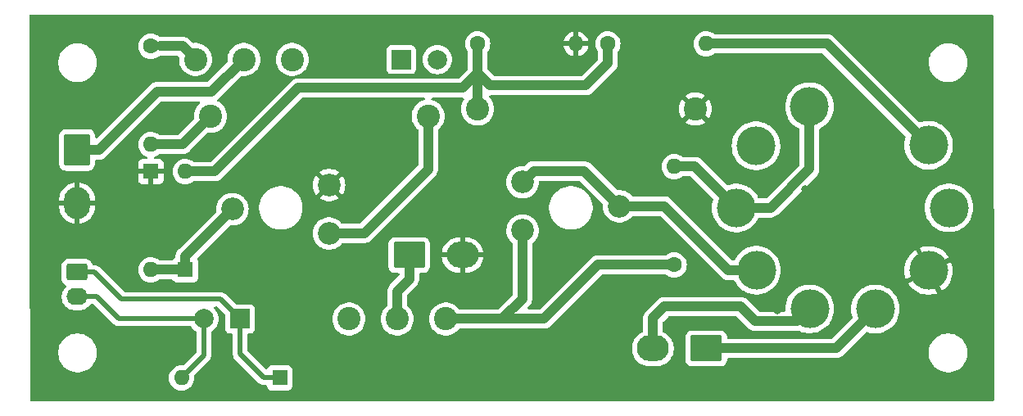
<source format=gbr>
%TF.GenerationSoftware,KiCad,Pcbnew,8.0.8*%
%TF.CreationDate,2025-02-11T23:57:59+01:00*%
%TF.ProjectId,Aussteuerung,41757373-7465-4756-9572-756e672e6b69,rev?*%
%TF.SameCoordinates,Original*%
%TF.FileFunction,Copper,L2,Bot*%
%TF.FilePolarity,Positive*%
%FSLAX46Y46*%
G04 Gerber Fmt 4.6, Leading zero omitted, Abs format (unit mm)*
G04 Created by KiCad (PCBNEW 8.0.8) date 2025-02-11 23:57:59*
%MOMM*%
%LPD*%
G01*
G04 APERTURE LIST*
G04 Aperture macros list*
%AMRoundRect*
0 Rectangle with rounded corners*
0 $1 Rounding radius*
0 $2 $3 $4 $5 $6 $7 $8 $9 X,Y pos of 4 corners*
0 Add a 4 corners polygon primitive as box body*
4,1,4,$2,$3,$4,$5,$6,$7,$8,$9,$2,$3,0*
0 Add four circle primitives for the rounded corners*
1,1,$1+$1,$2,$3*
1,1,$1+$1,$4,$5*
1,1,$1+$1,$6,$7*
1,1,$1+$1,$8,$9*
0 Add four rect primitives between the rounded corners*
20,1,$1+$1,$2,$3,$4,$5,0*
20,1,$1+$1,$4,$5,$6,$7,0*
20,1,$1+$1,$6,$7,$8,$9,0*
20,1,$1+$1,$8,$9,$2,$3,0*%
G04 Aperture macros list end*
%TA.AperFunction,ComponentPad*%
%ADD10C,1.600000*%
%TD*%
%TA.AperFunction,ComponentPad*%
%ADD11O,1.600000X1.600000*%
%TD*%
%TA.AperFunction,ComponentPad*%
%ADD12R,1.600000X1.600000*%
%TD*%
%TA.AperFunction,ComponentPad*%
%ADD13RoundRect,0.250000X-0.845000X0.620000X-0.845000X-0.620000X0.845000X-0.620000X0.845000X0.620000X0*%
%TD*%
%TA.AperFunction,ComponentPad*%
%ADD14O,2.190000X1.740000*%
%TD*%
%TA.AperFunction,ComponentPad*%
%ADD15C,2.400000*%
%TD*%
%TA.AperFunction,ComponentPad*%
%ADD16R,2.000000X2.000000*%
%TD*%
%TA.AperFunction,ComponentPad*%
%ADD17C,2.000000*%
%TD*%
%TA.AperFunction,ComponentPad*%
%ADD18RoundRect,0.250001X-1.099999X-1.399999X1.099999X-1.399999X1.099999X1.399999X-1.099999X1.399999X0*%
%TD*%
%TA.AperFunction,ComponentPad*%
%ADD19O,2.700000X3.300000*%
%TD*%
%TA.AperFunction,ComponentPad*%
%ADD20RoundRect,0.250001X-1.399999X1.099999X-1.399999X-1.099999X1.399999X-1.099999X1.399999X1.099999X0*%
%TD*%
%TA.AperFunction,ComponentPad*%
%ADD21O,3.300000X2.700000*%
%TD*%
%TA.AperFunction,ComponentPad*%
%ADD22RoundRect,0.250001X1.399999X-1.099999X1.399999X1.099999X-1.399999X1.099999X-1.399999X-1.099999X0*%
%TD*%
%TA.AperFunction,ComponentPad*%
%ADD23C,2.340000*%
%TD*%
%TA.AperFunction,ComponentPad*%
%ADD24C,4.000000*%
%TD*%
%TA.AperFunction,ViaPad*%
%ADD25C,0.800000*%
%TD*%
%TA.AperFunction,Conductor*%
%ADD26C,1.000000*%
%TD*%
%TA.AperFunction,Conductor*%
%ADD27C,0.500000*%
%TD*%
G04 APERTURE END LIST*
D10*
X122682000Y-89408000D03*
D11*
X132842000Y-89408000D03*
D12*
X88773000Y-123952000D03*
D11*
X78613000Y-123952000D03*
D13*
X67818000Y-113030000D03*
D14*
X67818000Y-115570000D03*
D10*
X75438000Y-89662000D03*
D11*
X75438000Y-99822000D03*
D15*
X100918000Y-117856000D03*
X95918000Y-117856000D03*
X105918000Y-117856000D03*
D16*
X84668000Y-117856000D03*
D17*
X80918000Y-117856000D03*
D12*
X78994000Y-112776000D03*
D11*
X78994000Y-102616000D03*
D10*
X129540000Y-112268000D03*
D11*
X129540000Y-102108000D03*
D18*
X67818000Y-100382000D03*
D19*
X67818000Y-105882000D03*
D15*
X109220000Y-96139000D03*
X131720000Y-96139000D03*
X81608000Y-96901000D03*
X104108000Y-96901000D03*
D20*
X132842000Y-120904000D03*
D21*
X127342000Y-120904000D03*
D22*
X102160000Y-111252000D03*
D21*
X107660000Y-111252000D03*
D10*
X109220000Y-89408000D03*
D11*
X119380000Y-89408000D03*
D12*
X75438000Y-102616000D03*
D11*
X75438000Y-112776000D03*
D15*
X85059500Y-91031500D03*
X90059500Y-91031500D03*
X80059500Y-91031500D03*
D16*
X101309500Y-91031500D03*
D17*
X105059500Y-91031500D03*
D23*
X113865000Y-103712000D03*
X123865000Y-106212000D03*
X113865000Y-108712000D03*
X93865000Y-109012000D03*
X83865000Y-106512000D03*
X93865000Y-104012000D03*
D24*
X155837227Y-99898041D03*
X157939001Y-106364200D03*
X155827269Y-112845641D03*
X150326173Y-116830518D03*
X143539813Y-116826622D03*
X138038339Y-112828610D03*
X135939007Y-106377764D03*
X137995309Y-99961063D03*
X143526963Y-95907561D03*
D25*
X101346000Y-98552000D03*
X122555000Y-118364000D03*
X65024000Y-123952000D03*
X87122000Y-109474000D03*
X109474000Y-102362000D03*
X146812000Y-117094000D03*
X109220000Y-120015000D03*
X73025000Y-107823000D03*
X110744000Y-115316000D03*
X104902000Y-105410000D03*
X73660000Y-123952000D03*
X72263000Y-93345000D03*
X116586000Y-114046000D03*
X101346000Y-101981000D03*
X135382000Y-102616000D03*
X126492000Y-108966000D03*
X132588000Y-113792000D03*
X146812000Y-98044000D03*
X95504000Y-96139000D03*
X151384000Y-101346000D03*
X154178000Y-91948000D03*
X145288000Y-92456000D03*
X146812000Y-109474000D03*
X92710000Y-123952000D03*
X92456000Y-119380000D03*
X90551000Y-103886000D03*
X89662000Y-99314000D03*
X141224000Y-99060000D03*
X137414000Y-94234000D03*
X121031000Y-95504000D03*
X150114000Y-88900000D03*
X77978000Y-96774000D03*
X140166548Y-116960000D03*
X154813000Y-118110000D03*
X84201000Y-88646000D03*
X150876000Y-123952000D03*
X138938000Y-123952000D03*
X78994000Y-107569000D03*
X119380000Y-123952000D03*
X67183000Y-95631000D03*
X154432000Y-106680000D03*
X127762000Y-98552000D03*
X127762000Y-89154000D03*
X161544000Y-106172000D03*
X96901000Y-88646000D03*
X113030000Y-98552000D03*
X102870000Y-123952000D03*
X84582000Y-114046000D03*
X138938000Y-109220000D03*
X72390000Y-88646000D03*
X114046000Y-89154000D03*
X87376000Y-94996000D03*
X143053173Y-104445173D03*
X158623000Y-96520000D03*
X131826000Y-105156000D03*
D26*
X104108000Y-96901000D02*
X104108000Y-102394000D01*
X104108000Y-102394000D02*
X97490000Y-109012000D01*
X97490000Y-109012000D02*
X93865000Y-109012000D01*
X78687000Y-99822000D02*
X81608000Y-96901000D01*
X75438000Y-99822000D02*
X78687000Y-99822000D01*
X122682000Y-89408000D02*
X122682000Y-91440000D01*
X110490000Y-93726000D02*
X109220000Y-92456000D01*
X120396000Y-93726000D02*
X110490000Y-93726000D01*
X109220000Y-92456000D02*
X109220000Y-89408000D01*
X122682000Y-91440000D02*
X120396000Y-93726000D01*
X107696000Y-93980000D02*
X90678000Y-93980000D01*
X90678000Y-93980000D02*
X82042000Y-102616000D01*
X109220000Y-96139000D02*
X109220000Y-92456000D01*
X109220000Y-92456000D02*
X107696000Y-93980000D01*
X82042000Y-102616000D02*
X78994000Y-102616000D01*
X78994000Y-111383000D02*
X83865000Y-106512000D01*
X75438000Y-112776000D02*
X78994000Y-112776000D01*
X78994000Y-112776000D02*
X78994000Y-111383000D01*
D27*
X69596000Y-113030000D02*
X72390000Y-115824000D01*
X82636000Y-115824000D02*
X84668000Y-117856000D01*
X84668000Y-121498000D02*
X87122000Y-123952000D01*
X84668000Y-117856000D02*
X84668000Y-121498000D01*
X87122000Y-123952000D02*
X88773000Y-123952000D01*
X67818000Y-113030000D02*
X69596000Y-113030000D01*
X72390000Y-115824000D02*
X82636000Y-115824000D01*
X80918000Y-121647000D02*
X78613000Y-123952000D01*
X67818000Y-115570000D02*
X69850000Y-115570000D01*
X69850000Y-115570000D02*
X72136000Y-117856000D01*
X80918000Y-117856000D02*
X80918000Y-121647000D01*
X72136000Y-117856000D02*
X80918000Y-117856000D01*
D26*
X128524000Y-116586000D02*
X136398000Y-116586000D01*
X127342000Y-117768000D02*
X128524000Y-116586000D01*
X137922000Y-118110000D02*
X142256435Y-118110000D01*
X127342000Y-120904000D02*
X127342000Y-117768000D01*
X142256435Y-118110000D02*
X143539813Y-116826622D01*
X136398000Y-116586000D02*
X137922000Y-118110000D01*
X132842000Y-120904000D02*
X146252691Y-120904000D01*
X146252691Y-120904000D02*
X150326173Y-116830518D01*
X76073000Y-94361000D02*
X81730000Y-94361000D01*
X67818000Y-100382000D02*
X70052000Y-100382000D01*
X70052000Y-100382000D02*
X76073000Y-94361000D01*
X81730000Y-94361000D02*
X85059500Y-91031500D01*
X100918000Y-114982000D02*
X102160000Y-113740000D01*
X102160000Y-113740000D02*
X102160000Y-111252000D01*
X100918000Y-117856000D02*
X100918000Y-114982000D01*
X76454000Y-89662000D02*
X78690000Y-89662000D01*
X78690000Y-89662000D02*
X80059500Y-91031500D01*
X121666000Y-112268000D02*
X129540000Y-112268000D01*
X113865000Y-115751000D02*
X111760000Y-117856000D01*
X111760000Y-117856000D02*
X116078000Y-117856000D01*
X113865000Y-108712000D02*
X113865000Y-115751000D01*
X105918000Y-117856000D02*
X111760000Y-117856000D01*
X116078000Y-117856000D02*
X121666000Y-112268000D01*
X129540000Y-102108000D02*
X131669243Y-102108000D01*
X143526963Y-102345037D02*
X143526963Y-95907561D01*
X135939007Y-106377764D02*
X139494236Y-106377764D01*
X131669243Y-102108000D02*
X135939007Y-106377764D01*
X139494236Y-106377764D02*
X143526963Y-102345037D01*
X132842000Y-89408000D02*
X145347185Y-89408000D01*
X145347185Y-89408000D02*
X155837226Y-99898041D01*
X115034999Y-102542001D02*
X120195001Y-102542001D01*
X123865000Y-106212000D02*
X128515629Y-106212000D01*
X128515629Y-106212000D02*
X135132239Y-112828610D01*
X113865000Y-103712000D02*
X115034999Y-102542001D01*
X135132239Y-112828610D02*
X138038339Y-112828610D01*
X120195001Y-102542001D02*
X123865000Y-106212000D01*
%TA.AperFunction,Conductor*%
G36*
X162454807Y-86385082D02*
G01*
X162501300Y-86438738D01*
X162512686Y-86490780D01*
X162607324Y-126238700D01*
X162587484Y-126306868D01*
X162533939Y-126353489D01*
X162481324Y-126365000D01*
X63085951Y-126365000D01*
X63017830Y-126344998D01*
X62971337Y-126291342D01*
X62959951Y-126239300D01*
X62948030Y-121232613D01*
X65865700Y-121232613D01*
X65865700Y-121494866D01*
X65899928Y-121754860D01*
X65899930Y-121754867D01*
X65967804Y-122008179D01*
X66068162Y-122250464D01*
X66068163Y-122250465D01*
X66068168Y-122250475D01*
X66199283Y-122477573D01*
X66199287Y-122477579D01*
X66358927Y-122685625D01*
X66358946Y-122685646D01*
X66544353Y-122871053D01*
X66544363Y-122871062D01*
X66544369Y-122871068D01*
X66544372Y-122871070D01*
X66544374Y-122871072D01*
X66752420Y-123030712D01*
X66752426Y-123030716D01*
X66931538Y-123134126D01*
X66979536Y-123161838D01*
X67221821Y-123262196D01*
X67475133Y-123330070D01*
X67475137Y-123330070D01*
X67475139Y-123330071D01*
X67542148Y-123338892D01*
X67735136Y-123364300D01*
X67735143Y-123364300D01*
X67997377Y-123364300D01*
X67997384Y-123364300D01*
X68232362Y-123333364D01*
X68257380Y-123330071D01*
X68257380Y-123330070D01*
X68257387Y-123330070D01*
X68510699Y-123262196D01*
X68752984Y-123161838D01*
X68980097Y-123030714D01*
X69188151Y-122871068D01*
X69373588Y-122685631D01*
X69533234Y-122477577D01*
X69664358Y-122250464D01*
X69764716Y-122008179D01*
X69832590Y-121754867D01*
X69866820Y-121494864D01*
X69866820Y-121232616D01*
X69832590Y-120972613D01*
X69764716Y-120719301D01*
X69664358Y-120477016D01*
X69533234Y-120249903D01*
X69403047Y-120080241D01*
X69373592Y-120041854D01*
X69373590Y-120041852D01*
X69373588Y-120041849D01*
X69373582Y-120041843D01*
X69373573Y-120041833D01*
X69188166Y-119856426D01*
X69188145Y-119856407D01*
X68980099Y-119696767D01*
X68980093Y-119696763D01*
X68752995Y-119565648D01*
X68752990Y-119565645D01*
X68752984Y-119565642D01*
X68510699Y-119465284D01*
X68257387Y-119397410D01*
X68257380Y-119397408D01*
X67997386Y-119363180D01*
X67997384Y-119363180D01*
X67735136Y-119363180D01*
X67735133Y-119363180D01*
X67475139Y-119397408D01*
X67275649Y-119450861D01*
X67221821Y-119465284D01*
X67074439Y-119526332D01*
X66979534Y-119565643D01*
X66979524Y-119565648D01*
X66752426Y-119696763D01*
X66752420Y-119696767D01*
X66544374Y-119856407D01*
X66544353Y-119856426D01*
X66358946Y-120041833D01*
X66358927Y-120041854D01*
X66199287Y-120249900D01*
X66199283Y-120249906D01*
X66068168Y-120477004D01*
X66068163Y-120477014D01*
X65967804Y-120719301D01*
X65899928Y-120972619D01*
X65865700Y-121232613D01*
X62948030Y-121232613D01*
X62926904Y-112359446D01*
X66214500Y-112359446D01*
X66214500Y-113700544D01*
X66225112Y-113804425D01*
X66280885Y-113972738D01*
X66373970Y-114123652D01*
X66373975Y-114123658D01*
X66499341Y-114249024D01*
X66499347Y-114249029D01*
X66499348Y-114249030D01*
X66618823Y-114322723D01*
X66651402Y-114342818D01*
X66698880Y-114395604D01*
X66710283Y-114465679D01*
X66681990Y-114530795D01*
X66674351Y-114539154D01*
X66541539Y-114671966D01*
X66414003Y-114847504D01*
X66315493Y-115040841D01*
X66248444Y-115247196D01*
X66248443Y-115247200D01*
X66214500Y-115461510D01*
X66214500Y-115678490D01*
X66248443Y-115892800D01*
X66315494Y-116099160D01*
X66398027Y-116261142D01*
X66414003Y-116292495D01*
X66439434Y-116327498D01*
X66541539Y-116468033D01*
X66541541Y-116468035D01*
X66541543Y-116468038D01*
X66694961Y-116621456D01*
X66694964Y-116621458D01*
X66694967Y-116621461D01*
X66870508Y-116748999D01*
X67063840Y-116847506D01*
X67270200Y-116914557D01*
X67484510Y-116948500D01*
X67484513Y-116948500D01*
X68151487Y-116948500D01*
X68151490Y-116948500D01*
X68365800Y-116914557D01*
X68572160Y-116847506D01*
X68765492Y-116748999D01*
X68941033Y-116621461D01*
X69094461Y-116468033D01*
X69158102Y-116380439D01*
X69214325Y-116337085D01*
X69260038Y-116328500D01*
X69483629Y-116328500D01*
X69551750Y-116348502D01*
X69572724Y-116365405D01*
X71546834Y-118339515D01*
X71546835Y-118339516D01*
X71652484Y-118445165D01*
X71776716Y-118528174D01*
X71857576Y-118561667D01*
X71914753Y-118585351D01*
X71985226Y-118599369D01*
X72061294Y-118614500D01*
X72061295Y-118614500D01*
X72210705Y-118614500D01*
X79543035Y-118614500D01*
X79611156Y-118634502D01*
X79650466Y-118674663D01*
X79693824Y-118745416D01*
X79693825Y-118745417D01*
X79693826Y-118745419D01*
X79848030Y-118925969D01*
X80028077Y-119079743D01*
X80028584Y-119080176D01*
X80099334Y-119123531D01*
X80146966Y-119176178D01*
X80159500Y-119230964D01*
X80159500Y-121280628D01*
X80139498Y-121348749D01*
X80122595Y-121369723D01*
X78875989Y-122616328D01*
X78813677Y-122650354D01*
X78775913Y-122652754D01*
X78613000Y-122638502D01*
X78384913Y-122658457D01*
X78163759Y-122717715D01*
X78163753Y-122717717D01*
X77956250Y-122814477D01*
X77768703Y-122945799D01*
X77768697Y-122945804D01*
X77606804Y-123107697D01*
X77606799Y-123107703D01*
X77475477Y-123295250D01*
X77378717Y-123502753D01*
X77378715Y-123502759D01*
X77319457Y-123723913D01*
X77299502Y-123952000D01*
X77319457Y-124180086D01*
X77378715Y-124401240D01*
X77378717Y-124401246D01*
X77475477Y-124608749D01*
X77560729Y-124730502D01*
X77606802Y-124796300D01*
X77768700Y-124958198D01*
X77956251Y-125089523D01*
X78163757Y-125186284D01*
X78384913Y-125245543D01*
X78613000Y-125265498D01*
X78841087Y-125245543D01*
X79062243Y-125186284D01*
X79269749Y-125089523D01*
X79457300Y-124958198D01*
X79619198Y-124796300D01*
X79750523Y-124608749D01*
X79847284Y-124401243D01*
X79906543Y-124180087D01*
X79926498Y-123952000D01*
X79912244Y-123789083D01*
X79926233Y-123719481D01*
X79948664Y-123689015D01*
X81507165Y-122130516D01*
X81557928Y-122054544D01*
X81590174Y-122006284D01*
X81623667Y-121925424D01*
X81647351Y-121868247D01*
X81676500Y-121721705D01*
X81676500Y-121572295D01*
X81676500Y-119230964D01*
X81696502Y-119162843D01*
X81736664Y-119123532D01*
X81807416Y-119080176D01*
X81987969Y-118925969D01*
X82142176Y-118745416D01*
X82266240Y-118542963D01*
X82357105Y-118323594D01*
X82412535Y-118092711D01*
X82431165Y-117856000D01*
X82412535Y-117619289D01*
X82357105Y-117388406D01*
X82266240Y-117169037D01*
X82142176Y-116966584D01*
X82077509Y-116890869D01*
X81991641Y-116790330D01*
X81962610Y-116725541D01*
X81973215Y-116655341D01*
X82020090Y-116602018D01*
X82087452Y-116582500D01*
X82269629Y-116582500D01*
X82337750Y-116602502D01*
X82358724Y-116619405D01*
X83122595Y-117383276D01*
X83156621Y-117445588D01*
X83159500Y-117472371D01*
X83159500Y-118904649D01*
X83166009Y-118965196D01*
X83166011Y-118965204D01*
X83217110Y-119102202D01*
X83217112Y-119102207D01*
X83304738Y-119219261D01*
X83421792Y-119306887D01*
X83421794Y-119306888D01*
X83421796Y-119306889D01*
X83480875Y-119328924D01*
X83558795Y-119357988D01*
X83558803Y-119357990D01*
X83619350Y-119364499D01*
X83619355Y-119364499D01*
X83619362Y-119364500D01*
X83783500Y-119364500D01*
X83851621Y-119384502D01*
X83898114Y-119438158D01*
X83909500Y-119490500D01*
X83909500Y-121572707D01*
X83938649Y-121719247D01*
X83938651Y-121719252D01*
X83947024Y-121739467D01*
X83995826Y-121857284D01*
X84078834Y-121981515D01*
X86638485Y-124541166D01*
X86762715Y-124624174D01*
X86900753Y-124681351D01*
X86900754Y-124681351D01*
X86900758Y-124681353D01*
X86961643Y-124693462D01*
X86974020Y-124695924D01*
X86974022Y-124695925D01*
X86998335Y-124700761D01*
X87047294Y-124710500D01*
X87047295Y-124710500D01*
X87196705Y-124710500D01*
X87341629Y-124710500D01*
X87409750Y-124730502D01*
X87456243Y-124784158D01*
X87466907Y-124823032D01*
X87471009Y-124861196D01*
X87471011Y-124861204D01*
X87522110Y-124998202D01*
X87522112Y-124998207D01*
X87609738Y-125115261D01*
X87726792Y-125202887D01*
X87726794Y-125202888D01*
X87726796Y-125202889D01*
X87785875Y-125224924D01*
X87863795Y-125253988D01*
X87863803Y-125253990D01*
X87924350Y-125260499D01*
X87924355Y-125260499D01*
X87924362Y-125260500D01*
X87924368Y-125260500D01*
X89621632Y-125260500D01*
X89621638Y-125260500D01*
X89621645Y-125260499D01*
X89621649Y-125260499D01*
X89682196Y-125253990D01*
X89682199Y-125253989D01*
X89682201Y-125253989D01*
X89819204Y-125202889D01*
X89841389Y-125186282D01*
X89936261Y-125115261D01*
X90023887Y-124998207D01*
X90023887Y-124998206D01*
X90023889Y-124998204D01*
X90074989Y-124861201D01*
X90079093Y-124823032D01*
X90081499Y-124800649D01*
X90081500Y-124800632D01*
X90081500Y-123103367D01*
X90081499Y-123103350D01*
X90074990Y-123042803D01*
X90074988Y-123042795D01*
X90038811Y-122945804D01*
X90023889Y-122905796D01*
X90023888Y-122905794D01*
X90023887Y-122905792D01*
X89936261Y-122788738D01*
X89819207Y-122701112D01*
X89819202Y-122701110D01*
X89682204Y-122650011D01*
X89682196Y-122650009D01*
X89621649Y-122643500D01*
X89621638Y-122643500D01*
X87924362Y-122643500D01*
X87924350Y-122643500D01*
X87863803Y-122650009D01*
X87863795Y-122650011D01*
X87726797Y-122701110D01*
X87726792Y-122701112D01*
X87609738Y-122788738D01*
X87522112Y-122905792D01*
X87522111Y-122905795D01*
X87489125Y-122994233D01*
X87446578Y-123051068D01*
X87380058Y-123075878D01*
X87310684Y-123060786D01*
X87281975Y-123039294D01*
X85463405Y-121220724D01*
X85429379Y-121158412D01*
X85426500Y-121131629D01*
X85426500Y-120782184D01*
X125183500Y-120782184D01*
X125183500Y-121025815D01*
X125215297Y-121267346D01*
X125215299Y-121267353D01*
X125278354Y-121502677D01*
X125371585Y-121727757D01*
X125371586Y-121727758D01*
X125371591Y-121727768D01*
X125493395Y-121938739D01*
X125641707Y-122132024D01*
X125641716Y-122132034D01*
X125813965Y-122304283D01*
X125813975Y-122304292D01*
X125813976Y-122304293D01*
X126007257Y-122452602D01*
X126218243Y-122574415D01*
X126443323Y-122667646D01*
X126678647Y-122730701D01*
X126678651Y-122730701D01*
X126678653Y-122730702D01*
X126740904Y-122738897D01*
X126920187Y-122762500D01*
X126920194Y-122762500D01*
X127763806Y-122762500D01*
X127763813Y-122762500D01*
X127982103Y-122733761D01*
X128005346Y-122730702D01*
X128005346Y-122730701D01*
X128005353Y-122730701D01*
X128240677Y-122667646D01*
X128465757Y-122574415D01*
X128676743Y-122452602D01*
X128870024Y-122304293D01*
X129042293Y-122132024D01*
X129101739Y-122054552D01*
X130683499Y-122054552D01*
X130694112Y-122158421D01*
X130694112Y-122158423D01*
X130694113Y-122158425D01*
X130749885Y-122326738D01*
X130827521Y-122452604D01*
X130842970Y-122477651D01*
X130842975Y-122477657D01*
X130968342Y-122603024D01*
X130968348Y-122603029D01*
X130968349Y-122603030D01*
X131119262Y-122696115D01*
X131287575Y-122751887D01*
X131315906Y-122754781D01*
X131391448Y-122762500D01*
X131391456Y-122762500D01*
X134292552Y-122762500D01*
X134361798Y-122755424D01*
X134396425Y-122751887D01*
X134564738Y-122696115D01*
X134715651Y-122603030D01*
X134841030Y-122477651D01*
X134934115Y-122326738D01*
X134989887Y-122158425D01*
X134993424Y-122123798D01*
X135000500Y-122054552D01*
X135000500Y-122038500D01*
X135020502Y-121970379D01*
X135074158Y-121923886D01*
X135126500Y-121912500D01*
X146352019Y-121912500D01*
X146352020Y-121912500D01*
X146546860Y-121873744D01*
X146730395Y-121797721D01*
X146895572Y-121687353D01*
X147036044Y-121546881D01*
X147350312Y-121232613D01*
X155865520Y-121232613D01*
X155865520Y-121494866D01*
X155899748Y-121754860D01*
X155899750Y-121754867D01*
X155967624Y-122008179D01*
X156067982Y-122250464D01*
X156067983Y-122250465D01*
X156067988Y-122250475D01*
X156199103Y-122477573D01*
X156199107Y-122477579D01*
X156358747Y-122685625D01*
X156358766Y-122685646D01*
X156544173Y-122871053D01*
X156544183Y-122871062D01*
X156544189Y-122871068D01*
X156544192Y-122871070D01*
X156544194Y-122871072D01*
X156752240Y-123030712D01*
X156752246Y-123030716D01*
X156931358Y-123134126D01*
X156979356Y-123161838D01*
X157221641Y-123262196D01*
X157474953Y-123330070D01*
X157474957Y-123330070D01*
X157474959Y-123330071D01*
X157541968Y-123338892D01*
X157734956Y-123364300D01*
X157734963Y-123364300D01*
X157997197Y-123364300D01*
X157997204Y-123364300D01*
X158232182Y-123333364D01*
X158257200Y-123330071D01*
X158257200Y-123330070D01*
X158257207Y-123330070D01*
X158510519Y-123262196D01*
X158752804Y-123161838D01*
X158979917Y-123030714D01*
X159187971Y-122871068D01*
X159373408Y-122685631D01*
X159533054Y-122477577D01*
X159664178Y-122250464D01*
X159764536Y-122008179D01*
X159832410Y-121754867D01*
X159866640Y-121494864D01*
X159866640Y-121232616D01*
X159832410Y-120972613D01*
X159764536Y-120719301D01*
X159664178Y-120477016D01*
X159533054Y-120249903D01*
X159402867Y-120080241D01*
X159373412Y-120041854D01*
X159373410Y-120041852D01*
X159373408Y-120041849D01*
X159373402Y-120041843D01*
X159373393Y-120041833D01*
X159187986Y-119856426D01*
X159187965Y-119856407D01*
X158979919Y-119696767D01*
X158979913Y-119696763D01*
X158752815Y-119565648D01*
X158752810Y-119565645D01*
X158752804Y-119565642D01*
X158510519Y-119465284D01*
X158257207Y-119397410D01*
X158257200Y-119397408D01*
X157997206Y-119363180D01*
X157997204Y-119363180D01*
X157734956Y-119363180D01*
X157734953Y-119363180D01*
X157474959Y-119397408D01*
X157275469Y-119450861D01*
X157221641Y-119465284D01*
X157074259Y-119526332D01*
X156979354Y-119565643D01*
X156979344Y-119565648D01*
X156752246Y-119696763D01*
X156752240Y-119696767D01*
X156544194Y-119856407D01*
X156544173Y-119856426D01*
X156358766Y-120041833D01*
X156358747Y-120041854D01*
X156199107Y-120249900D01*
X156199103Y-120249906D01*
X156067988Y-120477004D01*
X156067983Y-120477014D01*
X155967624Y-120719301D01*
X155899748Y-120972619D01*
X155865520Y-121232613D01*
X147350312Y-121232613D01*
X149356622Y-119226301D01*
X149418932Y-119192278D01*
X149489747Y-119197342D01*
X149492099Y-119198246D01*
X149549465Y-119220959D01*
X149549468Y-119220960D01*
X149549471Y-119220961D01*
X149855198Y-119299458D01*
X149855206Y-119299459D01*
X149855205Y-119299459D01*
X149914005Y-119306887D01*
X150168352Y-119339018D01*
X150168356Y-119339018D01*
X150483990Y-119339018D01*
X150483994Y-119339018D01*
X150797148Y-119299458D01*
X151102875Y-119220961D01*
X151396352Y-119104765D01*
X151672952Y-118952702D01*
X151928313Y-118767172D01*
X152158406Y-118551100D01*
X152359605Y-118307893D01*
X152359607Y-118307888D01*
X152359610Y-118307886D01*
X152528729Y-118041396D01*
X152528735Y-118041387D01*
X152663129Y-117755784D01*
X152760668Y-117455590D01*
X152819814Y-117145538D01*
X152820060Y-117141629D01*
X152839633Y-116830524D01*
X152839633Y-116830511D01*
X152819815Y-116515510D01*
X152819813Y-116515491D01*
X152798756Y-116405110D01*
X152760668Y-116205446D01*
X152663129Y-115905252D01*
X152528735Y-115619649D01*
X152526581Y-115616255D01*
X152359610Y-115353149D01*
X152158409Y-115109939D01*
X152150867Y-115102857D01*
X151928313Y-114893864D01*
X151922951Y-114889968D01*
X151672954Y-114708335D01*
X151606799Y-114671966D01*
X151396352Y-114556271D01*
X151102875Y-114440075D01*
X150797148Y-114361578D01*
X150797143Y-114361577D01*
X150797138Y-114361576D01*
X150797140Y-114361576D01*
X150484008Y-114322019D01*
X150483997Y-114322018D01*
X150483994Y-114322018D01*
X150168352Y-114322018D01*
X150168349Y-114322018D01*
X150168337Y-114322019D01*
X149855206Y-114361576D01*
X149549474Y-114440074D01*
X149549472Y-114440074D01*
X149549471Y-114440075D01*
X149265834Y-114552375D01*
X149255994Y-114556271D01*
X148979391Y-114708335D01*
X148724034Y-114893863D01*
X148724033Y-114893863D01*
X148493936Y-115109939D01*
X148292735Y-115353149D01*
X148123616Y-115619639D01*
X148123609Y-115619653D01*
X147989217Y-115905250D01*
X147989212Y-115905263D01*
X147891680Y-116205437D01*
X147891677Y-116205450D01*
X147832533Y-116515491D01*
X147832530Y-116515510D01*
X147812713Y-116830511D01*
X147812713Y-116830524D01*
X147832530Y-117145525D01*
X147832532Y-117145542D01*
X147891677Y-117455584D01*
X147891680Y-117455598D01*
X147961790Y-117671372D01*
X147963818Y-117742339D01*
X147931052Y-117799403D01*
X145871862Y-119858595D01*
X145809550Y-119892620D01*
X145782767Y-119895500D01*
X135126500Y-119895500D01*
X135058379Y-119875498D01*
X135011886Y-119821842D01*
X135000500Y-119769500D01*
X135000500Y-119753447D01*
X134989887Y-119649578D01*
X134989887Y-119649575D01*
X134934115Y-119481262D01*
X134841030Y-119330349D01*
X134841029Y-119330348D01*
X134841024Y-119330342D01*
X134715657Y-119204975D01*
X134715651Y-119204970D01*
X134643394Y-119160401D01*
X134564738Y-119111885D01*
X134396425Y-119056113D01*
X134396423Y-119056112D01*
X134396421Y-119056112D01*
X134292552Y-119045500D01*
X134292544Y-119045500D01*
X131391456Y-119045500D01*
X131391448Y-119045500D01*
X131287578Y-119056112D01*
X131119262Y-119111885D01*
X131119260Y-119111886D01*
X130968348Y-119204970D01*
X130968342Y-119204975D01*
X130842975Y-119330342D01*
X130842970Y-119330348D01*
X130749886Y-119481260D01*
X130749885Y-119481262D01*
X130694112Y-119649578D01*
X130683500Y-119753447D01*
X130683500Y-122054544D01*
X130683499Y-122054552D01*
X129101739Y-122054552D01*
X129190602Y-121938743D01*
X129312415Y-121727757D01*
X129405646Y-121502677D01*
X129468701Y-121267353D01*
X129500500Y-121025813D01*
X129500500Y-120782187D01*
X129468701Y-120540647D01*
X129405646Y-120305323D01*
X129312415Y-120080243D01*
X129286670Y-120035652D01*
X129190604Y-119869260D01*
X129180745Y-119856412D01*
X129042293Y-119675976D01*
X129042292Y-119675975D01*
X129042283Y-119675965D01*
X128870034Y-119503716D01*
X128870024Y-119503707D01*
X128801152Y-119450860D01*
X128676743Y-119355398D01*
X128676742Y-119355397D01*
X128676739Y-119355395D01*
X128465768Y-119233591D01*
X128465755Y-119233584D01*
X128428280Y-119218061D01*
X128373000Y-119173512D01*
X128350580Y-119106148D01*
X128350500Y-119101653D01*
X128350500Y-118237924D01*
X128370502Y-118169803D01*
X128387405Y-118148829D01*
X128904829Y-117631405D01*
X128967141Y-117597379D01*
X128993924Y-117594500D01*
X135928076Y-117594500D01*
X135996197Y-117614502D01*
X136017171Y-117631405D01*
X137138647Y-118752881D01*
X137279119Y-118893353D01*
X137444296Y-119003721D01*
X137627831Y-119079744D01*
X137822671Y-119118500D01*
X137822672Y-119118500D01*
X142355759Y-119118500D01*
X142355764Y-119118500D01*
X142424766Y-119104774D01*
X142495479Y-119111102D01*
X142495550Y-119111130D01*
X142763111Y-119217065D01*
X143068838Y-119295562D01*
X143068846Y-119295563D01*
X143068845Y-119295563D01*
X143232942Y-119316292D01*
X143381992Y-119335122D01*
X143381996Y-119335122D01*
X143697630Y-119335122D01*
X143697634Y-119335122D01*
X144010788Y-119295562D01*
X144316515Y-119217065D01*
X144609992Y-119100869D01*
X144886592Y-118948806D01*
X145141953Y-118763276D01*
X145372046Y-118547204D01*
X145573245Y-118303997D01*
X145573247Y-118303992D01*
X145573250Y-118303990D01*
X145739897Y-118041396D01*
X145742375Y-118037491D01*
X145876769Y-117751888D01*
X145974308Y-117451694D01*
X146033454Y-117141642D01*
X146035279Y-117112631D01*
X146053273Y-116826628D01*
X146053273Y-116826615D01*
X146033455Y-116511614D01*
X146033453Y-116511597D01*
X146013140Y-116405112D01*
X145974308Y-116201550D01*
X145956746Y-116147500D01*
X145876773Y-115901367D01*
X145876768Y-115901354D01*
X145742375Y-115615753D01*
X145742369Y-115615743D01*
X145573250Y-115349253D01*
X145372049Y-115106043D01*
X145289575Y-115028595D01*
X145141953Y-114889968D01*
X145131910Y-114882671D01*
X144886594Y-114704439D01*
X144718765Y-114612174D01*
X144609992Y-114552375D01*
X144316515Y-114436179D01*
X144010788Y-114357682D01*
X144010783Y-114357681D01*
X144010778Y-114357680D01*
X144010780Y-114357680D01*
X143697648Y-114318123D01*
X143697637Y-114318122D01*
X143697634Y-114318122D01*
X143381992Y-114318122D01*
X143381989Y-114318122D01*
X143381977Y-114318123D01*
X143068846Y-114357680D01*
X142763114Y-114436178D01*
X142763112Y-114436178D01*
X142763111Y-114436179D01*
X142555094Y-114518539D01*
X142469634Y-114552375D01*
X142193031Y-114704439D01*
X141937674Y-114889967D01*
X141937673Y-114889967D01*
X141707576Y-115106043D01*
X141506375Y-115349253D01*
X141337256Y-115615743D01*
X141337251Y-115615753D01*
X141202857Y-115901354D01*
X141202852Y-115901367D01*
X141105320Y-116201541D01*
X141105317Y-116201554D01*
X141046172Y-116511597D01*
X141046170Y-116511614D01*
X141026353Y-116826615D01*
X141026353Y-116826627D01*
X141027667Y-116847506D01*
X141035158Y-116966580D01*
X141035222Y-116967588D01*
X141019537Y-117036830D01*
X140968907Y-117086601D01*
X140909471Y-117101500D01*
X138391924Y-117101500D01*
X138323803Y-117081498D01*
X138302829Y-117064595D01*
X137040883Y-115802649D01*
X137040881Y-115802647D01*
X136875704Y-115692279D01*
X136845814Y-115679898D01*
X136845813Y-115679897D01*
X136692174Y-115616258D01*
X136692169Y-115616256D01*
X136497331Y-115577500D01*
X136497329Y-115577500D01*
X128424671Y-115577500D01*
X128424668Y-115577500D01*
X128280437Y-115606189D01*
X128232360Y-115615753D01*
X128232357Y-115615753D01*
X128232354Y-115615754D01*
X128229833Y-115616255D01*
X128229830Y-115616256D01*
X128046296Y-115692279D01*
X127881123Y-115802644D01*
X127881116Y-115802649D01*
X126558649Y-117125116D01*
X126558644Y-117125123D01*
X126448279Y-117290296D01*
X126372258Y-117473825D01*
X126372256Y-117473830D01*
X126333500Y-117668668D01*
X126333500Y-119101653D01*
X126313498Y-119169774D01*
X126259842Y-119216267D01*
X126255720Y-119218061D01*
X126218244Y-119233584D01*
X126218231Y-119233591D01*
X126007260Y-119355395D01*
X125813975Y-119503707D01*
X125813965Y-119503716D01*
X125641716Y-119675965D01*
X125641707Y-119675975D01*
X125493395Y-119869260D01*
X125371591Y-120080231D01*
X125371586Y-120080241D01*
X125278354Y-120305323D01*
X125215297Y-120540653D01*
X125183500Y-120782184D01*
X85426500Y-120782184D01*
X85426500Y-119490500D01*
X85446502Y-119422379D01*
X85500158Y-119375886D01*
X85552500Y-119364500D01*
X85716632Y-119364500D01*
X85716638Y-119364500D01*
X85716645Y-119364499D01*
X85716649Y-119364499D01*
X85777196Y-119357990D01*
X85777199Y-119357989D01*
X85777201Y-119357989D01*
X85914204Y-119306889D01*
X85924130Y-119299459D01*
X86031261Y-119219261D01*
X86118887Y-119102207D01*
X86118887Y-119102206D01*
X86118889Y-119102204D01*
X86169989Y-118965201D01*
X86176500Y-118904638D01*
X86176500Y-117856000D01*
X94204709Y-117856000D01*
X94223845Y-118111356D01*
X94280826Y-118361002D01*
X94280827Y-118361005D01*
X94374374Y-118599362D01*
X94374376Y-118599366D01*
X94502410Y-118821127D01*
X94502412Y-118821130D01*
X94502413Y-118821131D01*
X94662069Y-119021334D01*
X94849781Y-119195505D01*
X94849787Y-119195509D01*
X95061345Y-119339748D01*
X95061352Y-119339752D01*
X95061355Y-119339754D01*
X95181075Y-119397408D01*
X95292060Y-119450856D01*
X95292073Y-119450861D01*
X95536746Y-119526332D01*
X95536748Y-119526332D01*
X95536757Y-119526335D01*
X95789966Y-119564500D01*
X95789970Y-119564500D01*
X96046030Y-119564500D01*
X96046034Y-119564500D01*
X96299243Y-119526335D01*
X96299253Y-119526332D01*
X96543929Y-119450860D01*
X96543930Y-119450859D01*
X96543935Y-119450858D01*
X96774646Y-119339754D01*
X96986219Y-119195505D01*
X97173931Y-119021334D01*
X97333587Y-118821131D01*
X97461622Y-118599369D01*
X97555174Y-118361001D01*
X97612155Y-118111353D01*
X97631291Y-117856000D01*
X99204709Y-117856000D01*
X99223845Y-118111356D01*
X99280826Y-118361002D01*
X99280827Y-118361005D01*
X99374374Y-118599362D01*
X99374376Y-118599366D01*
X99502410Y-118821127D01*
X99502412Y-118821130D01*
X99502413Y-118821131D01*
X99662069Y-119021334D01*
X99849781Y-119195505D01*
X99849787Y-119195509D01*
X100061345Y-119339748D01*
X100061352Y-119339752D01*
X100061355Y-119339754D01*
X100181075Y-119397408D01*
X100292060Y-119450856D01*
X100292073Y-119450861D01*
X100536746Y-119526332D01*
X100536748Y-119526332D01*
X100536757Y-119526335D01*
X100789966Y-119564500D01*
X100789970Y-119564500D01*
X101046030Y-119564500D01*
X101046034Y-119564500D01*
X101299243Y-119526335D01*
X101299253Y-119526332D01*
X101543929Y-119450860D01*
X101543930Y-119450859D01*
X101543935Y-119450858D01*
X101774646Y-119339754D01*
X101986219Y-119195505D01*
X102173931Y-119021334D01*
X102333587Y-118821131D01*
X102461622Y-118599369D01*
X102555174Y-118361001D01*
X102612155Y-118111353D01*
X102631291Y-117856000D01*
X104204709Y-117856000D01*
X104223845Y-118111356D01*
X104280826Y-118361002D01*
X104280827Y-118361005D01*
X104374374Y-118599362D01*
X104374376Y-118599366D01*
X104502410Y-118821127D01*
X104502412Y-118821130D01*
X104502413Y-118821131D01*
X104662069Y-119021334D01*
X104849781Y-119195505D01*
X104849787Y-119195509D01*
X105061345Y-119339748D01*
X105061352Y-119339752D01*
X105061355Y-119339754D01*
X105181075Y-119397408D01*
X105292060Y-119450856D01*
X105292073Y-119450861D01*
X105536746Y-119526332D01*
X105536748Y-119526332D01*
X105536757Y-119526335D01*
X105789966Y-119564500D01*
X105789970Y-119564500D01*
X106046030Y-119564500D01*
X106046034Y-119564500D01*
X106299243Y-119526335D01*
X106299253Y-119526332D01*
X106543929Y-119450860D01*
X106543930Y-119450859D01*
X106543935Y-119450858D01*
X106774646Y-119339754D01*
X106986219Y-119195505D01*
X107173931Y-119021334D01*
X107261168Y-118911940D01*
X107319279Y-118871153D01*
X107359679Y-118864500D01*
X116177328Y-118864500D01*
X116177329Y-118864500D01*
X116372169Y-118825744D01*
X116555704Y-118749721D01*
X116720881Y-118639353D01*
X116861353Y-118498881D01*
X122046829Y-113313405D01*
X122109141Y-113279379D01*
X122135924Y-113276500D01*
X128659260Y-113276500D01*
X128727381Y-113296502D01*
X128731530Y-113299287D01*
X128817054Y-113359171D01*
X128883251Y-113405523D01*
X129090757Y-113502284D01*
X129311913Y-113561543D01*
X129540000Y-113581498D01*
X129768087Y-113561543D01*
X129989243Y-113502284D01*
X130196749Y-113405523D01*
X130384300Y-113274198D01*
X130546198Y-113112300D01*
X130677523Y-112924749D01*
X130774284Y-112717243D01*
X130833543Y-112496087D01*
X130853498Y-112268000D01*
X130833543Y-112039913D01*
X130774284Y-111818757D01*
X130677523Y-111611251D01*
X130546198Y-111423700D01*
X130384300Y-111261802D01*
X130381012Y-111259500D01*
X130196749Y-111130477D01*
X129989246Y-111033717D01*
X129989240Y-111033715D01*
X129855946Y-110997999D01*
X129768087Y-110974457D01*
X129540000Y-110954502D01*
X129311913Y-110974457D01*
X129090759Y-111033715D01*
X129090753Y-111033717D01*
X128883252Y-111130476D01*
X128883250Y-111130477D01*
X128731530Y-111236713D01*
X128664257Y-111259401D01*
X128659260Y-111259500D01*
X121566668Y-111259500D01*
X121371830Y-111298256D01*
X121371825Y-111298258D01*
X121188296Y-111374279D01*
X121023123Y-111484644D01*
X121023116Y-111484649D01*
X115697171Y-116810595D01*
X115634859Y-116844621D01*
X115608076Y-116847500D01*
X114498925Y-116847500D01*
X114430804Y-116827498D01*
X114384311Y-116773842D01*
X114374207Y-116703568D01*
X114403701Y-116638988D01*
X114409830Y-116632405D01*
X114528945Y-116513290D01*
X114648354Y-116393881D01*
X114758722Y-116228703D01*
X114812380Y-116099160D01*
X114812381Y-116099159D01*
X114834741Y-116045176D01*
X114834740Y-116045176D01*
X114834744Y-116045169D01*
X114873500Y-115850329D01*
X114873500Y-110120964D01*
X114893502Y-110052843D01*
X114913799Y-110028599D01*
X115098874Y-109856876D01*
X115098874Y-109856874D01*
X115098878Y-109856872D01*
X115255731Y-109660184D01*
X115381517Y-109442316D01*
X115388004Y-109425789D01*
X115451943Y-109262873D01*
X115473427Y-109208134D01*
X115529407Y-108962869D01*
X115548207Y-108712000D01*
X115529407Y-108461131D01*
X115473427Y-108215866D01*
X115419653Y-108078853D01*
X115381520Y-107981690D01*
X115381518Y-107981686D01*
X115255733Y-107763819D01*
X115228913Y-107730188D01*
X115098878Y-107567128D01*
X115098877Y-107567127D01*
X115098874Y-107567123D01*
X114929215Y-107409705D01*
X114914462Y-107396016D01*
X114860913Y-107359507D01*
X114822768Y-107333500D01*
X114706606Y-107254301D01*
X114479949Y-107145148D01*
X114479936Y-107145143D01*
X114239559Y-107070997D01*
X114239551Y-107070995D01*
X114239549Y-107070995D01*
X113990786Y-107033500D01*
X113739214Y-107033500D01*
X113490451Y-107070995D01*
X113490449Y-107070995D01*
X113490440Y-107070997D01*
X113250063Y-107145143D01*
X113250051Y-107145148D01*
X113023394Y-107254301D01*
X113023387Y-107254305D01*
X112815544Y-107396011D01*
X112815532Y-107396021D01*
X112631125Y-107567123D01*
X112474266Y-107763819D01*
X112348481Y-107981686D01*
X112348479Y-107981690D01*
X112256571Y-108215870D01*
X112218028Y-108384741D01*
X112200593Y-108461131D01*
X112181793Y-108712000D01*
X112200593Y-108962869D01*
X112200594Y-108962873D01*
X112256571Y-109208129D01*
X112348479Y-109442309D01*
X112348481Y-109442313D01*
X112474266Y-109660180D01*
X112474268Y-109660183D01*
X112474269Y-109660184D01*
X112488754Y-109678348D01*
X112631125Y-109856876D01*
X112816201Y-110028599D01*
X112852533Y-110089595D01*
X112856500Y-110120964D01*
X112856500Y-115281075D01*
X112836498Y-115349196D01*
X112819595Y-115370170D01*
X111379171Y-116810595D01*
X111316859Y-116844620D01*
X111290076Y-116847500D01*
X107359679Y-116847500D01*
X107291558Y-116827498D01*
X107261168Y-116800059D01*
X107173931Y-116690666D01*
X106986219Y-116516495D01*
X106984774Y-116515510D01*
X106834664Y-116413166D01*
X106774646Y-116372246D01*
X106774643Y-116372245D01*
X106774641Y-116372243D01*
X106774640Y-116372242D01*
X106543936Y-116261142D01*
X106543929Y-116261139D01*
X106299253Y-116185667D01*
X106299245Y-116185665D01*
X106299243Y-116185665D01*
X106046034Y-116147500D01*
X105789966Y-116147500D01*
X105536757Y-116185665D01*
X105536755Y-116185665D01*
X105536746Y-116185667D01*
X105292073Y-116261138D01*
X105292060Y-116261143D01*
X105061352Y-116372247D01*
X105061345Y-116372251D01*
X104849787Y-116516490D01*
X104849782Y-116516494D01*
X104662070Y-116690665D01*
X104502410Y-116890872D01*
X104374376Y-117112633D01*
X104374374Y-117112637D01*
X104280827Y-117350994D01*
X104280826Y-117350997D01*
X104223845Y-117600643D01*
X104204709Y-117856000D01*
X102631291Y-117856000D01*
X102612155Y-117600647D01*
X102555174Y-117350999D01*
X102474539Y-117145542D01*
X102461625Y-117112637D01*
X102461623Y-117112633D01*
X102445649Y-117084966D01*
X102377299Y-116966580D01*
X102333589Y-116890872D01*
X102299001Y-116847500D01*
X102173931Y-116690666D01*
X101986219Y-116516495D01*
X101981517Y-116513289D01*
X101936504Y-116458388D01*
X101926500Y-116409186D01*
X101926500Y-115451924D01*
X101946502Y-115383803D01*
X101963405Y-115362829D01*
X102443566Y-114882668D01*
X102943353Y-114382881D01*
X103053721Y-114217704D01*
X103129744Y-114034169D01*
X103168500Y-113839329D01*
X103168500Y-113640671D01*
X103168500Y-113236500D01*
X103188502Y-113168379D01*
X103242158Y-113121886D01*
X103294500Y-113110500D01*
X103610552Y-113110500D01*
X103679798Y-113103424D01*
X103714425Y-113099887D01*
X103882738Y-113044115D01*
X104033651Y-112951030D01*
X104159030Y-112825651D01*
X104252115Y-112674738D01*
X104307887Y-112506425D01*
X104314588Y-112440834D01*
X104318500Y-112402552D01*
X104318500Y-110997999D01*
X105519406Y-110997999D01*
X105519407Y-110998000D01*
X107007536Y-110998000D01*
X106986901Y-111047818D01*
X106960000Y-111183056D01*
X106960000Y-111320944D01*
X106986901Y-111456182D01*
X107007536Y-111506000D01*
X105519407Y-111506000D01*
X105533789Y-111615248D01*
X105596828Y-111850515D01*
X105690035Y-112075537D01*
X105690041Y-112075548D01*
X105811811Y-112286461D01*
X105811816Y-112286468D01*
X105960076Y-112479684D01*
X105960095Y-112479705D01*
X106132294Y-112651904D01*
X106132315Y-112651923D01*
X106325531Y-112800183D01*
X106325538Y-112800188D01*
X106536451Y-112921958D01*
X106536462Y-112921964D01*
X106761484Y-113015171D01*
X106996750Y-113078210D01*
X107238217Y-113109999D01*
X107238227Y-113110000D01*
X107406000Y-113110000D01*
X107406000Y-111904463D01*
X107455818Y-111925099D01*
X107591056Y-111952000D01*
X107728944Y-111952000D01*
X107864182Y-111925099D01*
X107914000Y-111904463D01*
X107914000Y-113110000D01*
X108081773Y-113110000D01*
X108081782Y-113109999D01*
X108323249Y-113078210D01*
X108558515Y-113015171D01*
X108783537Y-112921964D01*
X108783548Y-112921958D01*
X108994461Y-112800188D01*
X108994468Y-112800183D01*
X109187684Y-112651923D01*
X109187705Y-112651904D01*
X109359904Y-112479705D01*
X109359923Y-112479684D01*
X109508183Y-112286468D01*
X109508188Y-112286461D01*
X109629958Y-112075548D01*
X109629964Y-112075537D01*
X109723171Y-111850515D01*
X109786210Y-111615248D01*
X109800593Y-111506000D01*
X108312464Y-111506000D01*
X108333099Y-111456182D01*
X108360000Y-111320944D01*
X108360000Y-111183056D01*
X108333099Y-111047818D01*
X108312464Y-110998000D01*
X109800593Y-110998000D01*
X109800593Y-110997999D01*
X109786210Y-110888751D01*
X109723171Y-110653484D01*
X109629964Y-110428462D01*
X109629958Y-110428451D01*
X109508188Y-110217538D01*
X109508183Y-110217531D01*
X109359923Y-110024315D01*
X109359904Y-110024294D01*
X109187705Y-109852095D01*
X109187684Y-109852076D01*
X108994468Y-109703816D01*
X108994461Y-109703811D01*
X108783548Y-109582041D01*
X108783537Y-109582035D01*
X108558515Y-109488828D01*
X108323249Y-109425789D01*
X108081782Y-109394000D01*
X107914000Y-109394000D01*
X107914000Y-110599536D01*
X107864182Y-110578901D01*
X107728944Y-110552000D01*
X107591056Y-110552000D01*
X107455818Y-110578901D01*
X107406000Y-110599536D01*
X107406000Y-109394000D01*
X107238217Y-109394000D01*
X106996750Y-109425789D01*
X106761484Y-109488828D01*
X106536462Y-109582035D01*
X106536451Y-109582041D01*
X106325538Y-109703811D01*
X106325531Y-109703816D01*
X106132315Y-109852076D01*
X106132294Y-109852095D01*
X105960095Y-110024294D01*
X105960076Y-110024315D01*
X105811816Y-110217531D01*
X105811811Y-110217538D01*
X105690041Y-110428451D01*
X105690035Y-110428462D01*
X105596828Y-110653484D01*
X105533789Y-110888751D01*
X105519406Y-110997999D01*
X104318500Y-110997999D01*
X104318500Y-110101447D01*
X104307887Y-109997578D01*
X104307887Y-109997575D01*
X104252115Y-109829262D01*
X104159030Y-109678349D01*
X104159029Y-109678348D01*
X104159024Y-109678342D01*
X104033657Y-109552975D01*
X104033651Y-109552970D01*
X103960953Y-109508129D01*
X103882738Y-109459885D01*
X103714425Y-109404113D01*
X103714423Y-109404112D01*
X103714421Y-109404112D01*
X103610552Y-109393500D01*
X103610544Y-109393500D01*
X100709456Y-109393500D01*
X100709448Y-109393500D01*
X100605578Y-109404112D01*
X100437262Y-109459885D01*
X100437260Y-109459886D01*
X100286348Y-109552970D01*
X100286342Y-109552975D01*
X100160975Y-109678342D01*
X100160970Y-109678348D01*
X100067886Y-109829260D01*
X100067885Y-109829262D01*
X100012112Y-109997578D01*
X100001500Y-110101447D01*
X100001500Y-112402552D01*
X100001499Y-112402552D01*
X100012112Y-112506421D01*
X100012112Y-112506423D01*
X100012113Y-112506425D01*
X100067885Y-112674738D01*
X100104832Y-112734638D01*
X100160970Y-112825651D01*
X100160975Y-112825657D01*
X100286342Y-112951024D01*
X100286348Y-112951029D01*
X100286349Y-112951030D01*
X100437262Y-113044115D01*
X100605575Y-113099887D01*
X100633906Y-113102781D01*
X100709448Y-113110500D01*
X100709456Y-113110500D01*
X101025500Y-113110500D01*
X101093621Y-113130502D01*
X101140114Y-113184158D01*
X101151500Y-113236500D01*
X101151500Y-113270076D01*
X101131498Y-113338197D01*
X101114595Y-113359171D01*
X100134649Y-114339116D01*
X100134644Y-114339123D01*
X100024279Y-114504296D01*
X99948258Y-114687825D01*
X99948256Y-114687830D01*
X99909500Y-114882668D01*
X99909500Y-116409186D01*
X99889498Y-116477307D01*
X99854482Y-116513290D01*
X99849782Y-116516494D01*
X99662070Y-116690665D01*
X99502410Y-116890872D01*
X99374376Y-117112633D01*
X99374374Y-117112637D01*
X99280827Y-117350994D01*
X99280826Y-117350997D01*
X99223845Y-117600643D01*
X99204709Y-117856000D01*
X97631291Y-117856000D01*
X97612155Y-117600647D01*
X97555174Y-117350999D01*
X97474539Y-117145542D01*
X97461625Y-117112637D01*
X97461623Y-117112633D01*
X97445649Y-117084966D01*
X97377299Y-116966580D01*
X97333589Y-116890872D01*
X97299001Y-116847500D01*
X97173931Y-116690666D01*
X96986219Y-116516495D01*
X96984774Y-116515510D01*
X96834664Y-116413166D01*
X96774646Y-116372246D01*
X96774643Y-116372245D01*
X96774641Y-116372243D01*
X96774640Y-116372242D01*
X96543936Y-116261142D01*
X96543929Y-116261139D01*
X96299253Y-116185667D01*
X96299245Y-116185665D01*
X96299243Y-116185665D01*
X96046034Y-116147500D01*
X95789966Y-116147500D01*
X95536757Y-116185665D01*
X95536755Y-116185665D01*
X95536746Y-116185667D01*
X95292073Y-116261138D01*
X95292060Y-116261143D01*
X95061352Y-116372247D01*
X95061345Y-116372251D01*
X94849787Y-116516490D01*
X94849782Y-116516494D01*
X94662070Y-116690665D01*
X94502410Y-116890872D01*
X94374376Y-117112633D01*
X94374374Y-117112637D01*
X94280827Y-117350994D01*
X94280826Y-117350997D01*
X94223845Y-117600643D01*
X94204709Y-117856000D01*
X86176500Y-117856000D01*
X86176500Y-116807362D01*
X86174207Y-116786031D01*
X86169990Y-116746803D01*
X86169988Y-116746795D01*
X86136181Y-116656158D01*
X86118889Y-116609796D01*
X86118888Y-116609794D01*
X86118887Y-116609792D01*
X86031261Y-116492738D01*
X85914207Y-116405112D01*
X85914202Y-116405110D01*
X85777204Y-116354011D01*
X85777196Y-116354009D01*
X85716649Y-116347500D01*
X85716638Y-116347500D01*
X84284371Y-116347500D01*
X84216250Y-116327498D01*
X84195276Y-116310595D01*
X83119519Y-115234838D01*
X83119515Y-115234834D01*
X82995284Y-115151826D01*
X82857247Y-115094649D01*
X82783976Y-115080074D01*
X82783975Y-115080073D01*
X82710711Y-115065500D01*
X82710706Y-115065500D01*
X72756371Y-115065500D01*
X72688250Y-115045498D01*
X72667276Y-115028595D01*
X70414681Y-112776000D01*
X74124502Y-112776000D01*
X74144457Y-113004087D01*
X74173452Y-113112296D01*
X74203715Y-113225240D01*
X74203717Y-113225246D01*
X74226544Y-113274198D01*
X74300477Y-113432749D01*
X74431802Y-113620300D01*
X74593700Y-113782198D01*
X74781251Y-113913523D01*
X74988757Y-114010284D01*
X75209913Y-114069543D01*
X75438000Y-114089498D01*
X75666087Y-114069543D01*
X75887243Y-114010284D01*
X76094749Y-113913523D01*
X76200706Y-113839331D01*
X76246470Y-113807287D01*
X76313743Y-113784599D01*
X76318740Y-113784500D01*
X77651815Y-113784500D01*
X77719936Y-113804502D01*
X77752683Y-113834991D01*
X77830738Y-113939261D01*
X77947792Y-114026887D01*
X77947794Y-114026888D01*
X77947796Y-114026889D01*
X77981551Y-114039479D01*
X78084795Y-114077988D01*
X78084803Y-114077990D01*
X78145350Y-114084499D01*
X78145355Y-114084499D01*
X78145362Y-114084500D01*
X78145368Y-114084500D01*
X79842632Y-114084500D01*
X79842638Y-114084500D01*
X79842645Y-114084499D01*
X79842649Y-114084499D01*
X79903196Y-114077990D01*
X79903199Y-114077989D01*
X79903201Y-114077989D01*
X80040204Y-114026889D01*
X80062389Y-114010282D01*
X80157261Y-113939261D01*
X80244887Y-113822207D01*
X80244887Y-113822206D01*
X80244889Y-113822204D01*
X80295989Y-113685201D01*
X80300777Y-113640671D01*
X80302499Y-113624649D01*
X80302500Y-113624632D01*
X80302500Y-111927367D01*
X80302499Y-111927350D01*
X80295990Y-111866803D01*
X80295988Y-111866795D01*
X80244890Y-111729798D01*
X80244889Y-111729796D01*
X80236916Y-111719146D01*
X80212105Y-111652631D01*
X80227194Y-111583256D01*
X80248686Y-111554546D01*
X83584324Y-108218908D01*
X83646634Y-108184884D01*
X83692195Y-108183413D01*
X83726852Y-108188636D01*
X83739213Y-108190500D01*
X83739214Y-108190500D01*
X83990782Y-108190500D01*
X83990786Y-108190500D01*
X84239549Y-108153005D01*
X84239559Y-108153002D01*
X84479936Y-108078856D01*
X84479938Y-108078854D01*
X84479945Y-108078853D01*
X84706604Y-107969700D01*
X84914462Y-107827984D01*
X85098878Y-107656872D01*
X85255731Y-107460184D01*
X85381517Y-107242316D01*
X85387469Y-107227152D01*
X85400633Y-107193607D01*
X85473427Y-107008134D01*
X85529407Y-106762869D01*
X85548207Y-106512000D01*
X85529407Y-106261131D01*
X85518762Y-106214491D01*
X86614500Y-106214491D01*
X86614500Y-106509508D01*
X86653005Y-106801985D01*
X86653006Y-106801991D01*
X86653007Y-106801993D01*
X86729361Y-107086952D01*
X86842257Y-107359507D01*
X86842258Y-107359508D01*
X86842263Y-107359519D01*
X86989759Y-107614990D01*
X86989764Y-107614997D01*
X87169346Y-107849033D01*
X87169365Y-107849054D01*
X87377945Y-108057634D01*
X87377966Y-108057653D01*
X87612002Y-108237235D01*
X87612009Y-108237240D01*
X87867480Y-108384736D01*
X87867484Y-108384737D01*
X87867493Y-108384743D01*
X88140048Y-108497639D01*
X88425007Y-108573993D01*
X88425013Y-108573993D01*
X88425014Y-108573994D01*
X88458574Y-108578412D01*
X88717494Y-108612500D01*
X88717501Y-108612500D01*
X89012499Y-108612500D01*
X89012506Y-108612500D01*
X89304993Y-108573993D01*
X89589952Y-108497639D01*
X89862507Y-108384743D01*
X90117994Y-108237238D01*
X90352042Y-108057646D01*
X90560646Y-107849042D01*
X90740238Y-107614994D01*
X90887743Y-107359507D01*
X91000639Y-107086952D01*
X91076993Y-106801993D01*
X91115500Y-106509506D01*
X91115500Y-106214494D01*
X91076993Y-105922007D01*
X91000639Y-105637048D01*
X90887743Y-105364493D01*
X90887737Y-105364484D01*
X90887736Y-105364480D01*
X90740240Y-105109009D01*
X90740235Y-105109002D01*
X90560653Y-104874966D01*
X90560634Y-104874945D01*
X90352054Y-104666365D01*
X90352033Y-104666346D01*
X90117997Y-104486764D01*
X90117990Y-104486759D01*
X89862519Y-104339263D01*
X89862511Y-104339259D01*
X89862507Y-104339257D01*
X89589952Y-104226361D01*
X89304993Y-104150007D01*
X89304991Y-104150006D01*
X89304985Y-104150005D01*
X89012508Y-104111500D01*
X89012506Y-104111500D01*
X88717494Y-104111500D01*
X88717491Y-104111500D01*
X88425014Y-104150005D01*
X88140048Y-104226361D01*
X88102254Y-104242016D01*
X87867491Y-104339258D01*
X87867480Y-104339263D01*
X87612009Y-104486759D01*
X87612002Y-104486764D01*
X87377966Y-104666346D01*
X87377945Y-104666365D01*
X87169365Y-104874945D01*
X87169346Y-104874966D01*
X86989764Y-105109002D01*
X86989759Y-105109009D01*
X86842263Y-105364480D01*
X86842258Y-105364491D01*
X86842257Y-105364493D01*
X86798860Y-105469263D01*
X86729361Y-105637048D01*
X86653005Y-105922014D01*
X86614500Y-106214491D01*
X85518762Y-106214491D01*
X85473427Y-106015866D01*
X85393830Y-105813056D01*
X85381520Y-105781690D01*
X85381518Y-105781686D01*
X85255733Y-105563819D01*
X85245052Y-105550426D01*
X85098878Y-105367128D01*
X85098877Y-105367127D01*
X85098874Y-105367123D01*
X84954797Y-105233442D01*
X84914462Y-105196016D01*
X84893904Y-105182000D01*
X84786847Y-105109009D01*
X84706606Y-105054301D01*
X84479949Y-104945148D01*
X84479936Y-104945143D01*
X84239559Y-104870997D01*
X84239551Y-104870995D01*
X84239549Y-104870995D01*
X83990786Y-104833500D01*
X83739214Y-104833500D01*
X83490451Y-104870995D01*
X83490449Y-104870995D01*
X83490440Y-104870997D01*
X83250063Y-104945143D01*
X83250051Y-104945148D01*
X83023394Y-105054301D01*
X83023387Y-105054305D01*
X82815544Y-105196011D01*
X82815532Y-105196021D01*
X82631125Y-105367123D01*
X82474266Y-105563819D01*
X82348481Y-105781686D01*
X82348479Y-105781690D01*
X82256571Y-106015870D01*
X82211236Y-106214501D01*
X82200593Y-106261131D01*
X82185475Y-106462869D01*
X82181793Y-106512000D01*
X82195387Y-106693420D01*
X82180531Y-106762845D01*
X82158834Y-106791930D01*
X78351119Y-110599647D01*
X78210649Y-110740116D01*
X78210644Y-110740123D01*
X78100279Y-110905296D01*
X78024258Y-111088825D01*
X78024256Y-111088830D01*
X77985500Y-111283668D01*
X77985500Y-111433814D01*
X77965498Y-111501935D01*
X77935010Y-111534682D01*
X77830737Y-111612740D01*
X77752683Y-111717009D01*
X77695847Y-111759556D01*
X77651815Y-111767500D01*
X76318740Y-111767500D01*
X76250619Y-111747498D01*
X76246470Y-111744713D01*
X76094749Y-111638477D01*
X76094747Y-111638476D01*
X75887246Y-111541717D01*
X75887240Y-111541715D01*
X75793771Y-111516670D01*
X75666087Y-111482457D01*
X75438000Y-111462502D01*
X75209913Y-111482457D01*
X74988759Y-111541715D01*
X74988753Y-111541717D01*
X74781250Y-111638477D01*
X74593703Y-111769799D01*
X74593697Y-111769804D01*
X74431804Y-111931697D01*
X74431799Y-111931703D01*
X74300477Y-112119250D01*
X74203717Y-112326753D01*
X74203715Y-112326759D01*
X74173149Y-112440833D01*
X74144457Y-112547913D01*
X74124502Y-112776000D01*
X70414681Y-112776000D01*
X70079519Y-112440838D01*
X70079515Y-112440834D01*
X69955284Y-112357826D01*
X69817247Y-112300649D01*
X69696953Y-112276721D01*
X69696951Y-112276720D01*
X69696950Y-112276720D01*
X69670709Y-112271500D01*
X69670706Y-112271500D01*
X69507150Y-112271500D01*
X69439029Y-112251498D01*
X69392536Y-112197842D01*
X69387545Y-112185132D01*
X69355115Y-112087262D01*
X69262030Y-111936348D01*
X69262029Y-111936347D01*
X69262024Y-111936341D01*
X69136658Y-111810975D01*
X69136652Y-111810970D01*
X69091638Y-111783205D01*
X68985738Y-111717885D01*
X68901582Y-111689999D01*
X68817427Y-111662113D01*
X68817420Y-111662112D01*
X68713553Y-111651500D01*
X66922455Y-111651500D01*
X66818574Y-111662112D01*
X66650261Y-111717885D01*
X66499347Y-111810970D01*
X66499341Y-111810975D01*
X66373975Y-111936341D01*
X66373970Y-111936347D01*
X66280885Y-112087262D01*
X66225113Y-112255572D01*
X66225112Y-112255579D01*
X66214500Y-112359446D01*
X62926904Y-112359446D01*
X62910477Y-105460217D01*
X65960000Y-105460217D01*
X65960000Y-105628000D01*
X67165536Y-105628000D01*
X67144901Y-105677818D01*
X67118000Y-105813056D01*
X67118000Y-105950944D01*
X67144901Y-106086182D01*
X67165536Y-106136000D01*
X65960000Y-106136000D01*
X65960000Y-106303782D01*
X65991789Y-106545249D01*
X66054828Y-106780515D01*
X66148035Y-107005537D01*
X66148041Y-107005548D01*
X66269811Y-107216461D01*
X66269816Y-107216468D01*
X66418076Y-107409684D01*
X66418095Y-107409705D01*
X66590294Y-107581904D01*
X66590315Y-107581923D01*
X66783531Y-107730183D01*
X66783538Y-107730188D01*
X66994451Y-107851958D01*
X66994462Y-107851964D01*
X67219484Y-107945171D01*
X67454752Y-108008210D01*
X67564000Y-108022591D01*
X67564000Y-106534463D01*
X67613818Y-106555099D01*
X67749056Y-106582000D01*
X67886944Y-106582000D01*
X68022182Y-106555099D01*
X68072000Y-106534463D01*
X68072000Y-108022591D01*
X68181247Y-108008210D01*
X68416515Y-107945171D01*
X68641537Y-107851964D01*
X68641548Y-107851958D01*
X68852461Y-107730188D01*
X68852468Y-107730183D01*
X69045684Y-107581923D01*
X69045705Y-107581904D01*
X69217904Y-107409705D01*
X69217923Y-107409684D01*
X69366183Y-107216468D01*
X69366188Y-107216461D01*
X69487958Y-107005548D01*
X69487964Y-107005537D01*
X69581171Y-106780515D01*
X69644210Y-106545249D01*
X69675999Y-106303782D01*
X69676000Y-106303773D01*
X69676000Y-106136000D01*
X68470464Y-106136000D01*
X68491099Y-106086182D01*
X68518000Y-105950944D01*
X68518000Y-105813056D01*
X68491099Y-105677818D01*
X68470464Y-105628000D01*
X69676000Y-105628000D01*
X69676000Y-105460227D01*
X69675999Y-105460217D01*
X69644210Y-105218750D01*
X69581171Y-104983484D01*
X69487964Y-104758462D01*
X69487958Y-104758451D01*
X69366188Y-104547538D01*
X69366183Y-104547531D01*
X69217923Y-104354315D01*
X69217904Y-104354294D01*
X69045705Y-104182095D01*
X69045684Y-104182076D01*
X68852468Y-104033816D01*
X68852461Y-104033811D01*
X68814683Y-104012000D01*
X92182295Y-104012000D01*
X92201089Y-104262797D01*
X92257053Y-104507987D01*
X92257054Y-104507989D01*
X92348931Y-104742091D01*
X92348933Y-104742095D01*
X92474682Y-104959899D01*
X92474685Y-104959902D01*
X92511597Y-105006190D01*
X93262301Y-104255487D01*
X93288978Y-104319890D01*
X93360112Y-104426351D01*
X93450649Y-104516888D01*
X93557110Y-104588022D01*
X93621510Y-104614698D01*
X92871010Y-105365197D01*
X92871010Y-105365199D01*
X93023638Y-105469259D01*
X93023646Y-105469263D01*
X93250235Y-105578384D01*
X93250247Y-105578389D01*
X93490552Y-105652513D01*
X93490564Y-105652515D01*
X93739255Y-105690000D01*
X93990745Y-105690000D01*
X94239435Y-105652515D01*
X94239447Y-105652513D01*
X94479752Y-105578389D01*
X94479765Y-105578384D01*
X94706355Y-105469263D01*
X94858988Y-105365198D01*
X94858988Y-105365197D01*
X94108489Y-104614698D01*
X94172890Y-104588022D01*
X94279351Y-104516888D01*
X94369888Y-104426351D01*
X94441022Y-104319890D01*
X94467698Y-104255489D01*
X95218399Y-105006190D01*
X95218400Y-105006190D01*
X95255318Y-104959897D01*
X95381066Y-104742095D01*
X95381068Y-104742091D01*
X95472945Y-104507989D01*
X95472946Y-104507987D01*
X95528910Y-104262797D01*
X95547704Y-104012000D01*
X95528910Y-103761202D01*
X95472946Y-103516012D01*
X95472945Y-103516010D01*
X95381068Y-103281908D01*
X95381066Y-103281904D01*
X95255318Y-103064102D01*
X95218400Y-103017808D01*
X95218399Y-103017808D01*
X94467697Y-103768509D01*
X94441022Y-103704110D01*
X94369888Y-103597649D01*
X94279351Y-103507112D01*
X94172890Y-103435978D01*
X94108488Y-103409301D01*
X94858988Y-102658801D01*
X94858988Y-102658799D01*
X94706355Y-102554736D01*
X94706347Y-102554731D01*
X94479770Y-102445617D01*
X94479752Y-102445610D01*
X94239447Y-102371486D01*
X94239435Y-102371484D01*
X93990745Y-102334000D01*
X93739255Y-102334000D01*
X93490564Y-102371484D01*
X93490552Y-102371486D01*
X93250247Y-102445610D01*
X93250234Y-102445615D01*
X93023651Y-102554732D01*
X92871010Y-102658800D01*
X92871010Y-102658801D01*
X93621510Y-103409301D01*
X93557110Y-103435978D01*
X93450649Y-103507112D01*
X93360112Y-103597649D01*
X93288978Y-103704110D01*
X93262301Y-103768510D01*
X92511598Y-103017807D01*
X92511597Y-103017807D01*
X92474686Y-103064095D01*
X92348933Y-103281904D01*
X92348931Y-103281908D01*
X92257054Y-103516010D01*
X92257053Y-103516012D01*
X92201089Y-103761202D01*
X92182295Y-104012000D01*
X68814683Y-104012000D01*
X68641548Y-103912041D01*
X68641537Y-103912035D01*
X68416515Y-103818828D01*
X68181248Y-103755789D01*
X68072000Y-103741406D01*
X68072000Y-105229536D01*
X68022182Y-105208901D01*
X67886944Y-105182000D01*
X67749056Y-105182000D01*
X67613818Y-105208901D01*
X67564000Y-105229536D01*
X67564000Y-103741407D01*
X67563999Y-103741406D01*
X67454751Y-103755789D01*
X67219484Y-103818828D01*
X66994462Y-103912035D01*
X66994451Y-103912041D01*
X66783538Y-104033811D01*
X66783531Y-104033816D01*
X66590315Y-104182076D01*
X66590294Y-104182095D01*
X66418095Y-104354294D01*
X66418076Y-104354315D01*
X66269816Y-104547531D01*
X66269811Y-104547538D01*
X66148041Y-104758451D01*
X66148035Y-104758462D01*
X66054828Y-104983484D01*
X65991789Y-105218750D01*
X65960000Y-105460217D01*
X62910477Y-105460217D01*
X62901840Y-101832552D01*
X65959499Y-101832552D01*
X65970112Y-101936421D01*
X65970112Y-101936423D01*
X65970113Y-101936425D01*
X66025885Y-102104738D01*
X66067550Y-102172287D01*
X66118970Y-102255651D01*
X66118975Y-102255657D01*
X66244342Y-102381024D01*
X66244348Y-102381029D01*
X66244349Y-102381030D01*
X66395262Y-102474115D01*
X66563575Y-102529887D01*
X66591906Y-102532781D01*
X66667448Y-102540500D01*
X66667456Y-102540500D01*
X68968552Y-102540500D01*
X69037798Y-102533424D01*
X69072425Y-102529887D01*
X69240738Y-102474115D01*
X69391651Y-102381030D01*
X69517030Y-102255651D01*
X69610115Y-102104738D01*
X69665887Y-101936425D01*
X69672151Y-101875113D01*
X69676500Y-101832552D01*
X69676500Y-101516500D01*
X69696502Y-101448379D01*
X69750158Y-101401886D01*
X69802500Y-101390500D01*
X70151328Y-101390500D01*
X70151329Y-101390500D01*
X70346169Y-101351744D01*
X70529704Y-101275721D01*
X70694881Y-101165353D01*
X70835353Y-101024881D01*
X76453829Y-95406405D01*
X76516141Y-95372379D01*
X76542924Y-95369500D01*
X80425660Y-95369500D01*
X80493781Y-95389502D01*
X80540274Y-95443158D01*
X80550378Y-95513432D01*
X80520884Y-95578012D01*
X80511361Y-95587865D01*
X80352072Y-95735661D01*
X80192410Y-95935872D01*
X80064376Y-96157633D01*
X80064374Y-96157637D01*
X79970827Y-96395994D01*
X79970826Y-96395997D01*
X79913845Y-96645643D01*
X79913845Y-96645647D01*
X79894709Y-96901000D01*
X79910401Y-97110403D01*
X79895546Y-97179827D01*
X79873850Y-97208913D01*
X78306171Y-98776595D01*
X78243858Y-98810620D01*
X78217075Y-98813500D01*
X76318740Y-98813500D01*
X76250619Y-98793498D01*
X76246470Y-98790713D01*
X76094749Y-98684477D01*
X76094747Y-98684476D01*
X75887246Y-98587717D01*
X75887240Y-98587715D01*
X75793771Y-98562670D01*
X75666087Y-98528457D01*
X75438000Y-98508502D01*
X75209913Y-98528457D01*
X74988759Y-98587715D01*
X74988753Y-98587717D01*
X74781250Y-98684477D01*
X74593703Y-98815799D01*
X74593697Y-98815804D01*
X74431804Y-98977697D01*
X74431799Y-98977703D01*
X74300477Y-99165250D01*
X74203717Y-99372753D01*
X74203715Y-99372759D01*
X74144457Y-99593913D01*
X74124502Y-99822000D01*
X74144457Y-100050086D01*
X74203715Y-100271240D01*
X74203717Y-100271246D01*
X74294010Y-100464881D01*
X74300477Y-100478749D01*
X74431802Y-100666300D01*
X74593700Y-100828198D01*
X74781251Y-100959523D01*
X74988757Y-101056284D01*
X75003721Y-101060293D01*
X75064342Y-101097245D01*
X75095364Y-101161106D01*
X75086935Y-101231600D01*
X75041732Y-101286347D01*
X74974106Y-101307964D01*
X74971108Y-101308000D01*
X74589402Y-101308000D01*
X74528906Y-101314505D01*
X74392035Y-101365555D01*
X74392034Y-101365555D01*
X74275095Y-101453095D01*
X74187555Y-101570034D01*
X74187555Y-101570035D01*
X74136505Y-101706906D01*
X74130000Y-101767402D01*
X74130000Y-102362000D01*
X75126314Y-102362000D01*
X75117920Y-102370394D01*
X75065259Y-102461606D01*
X75038000Y-102563339D01*
X75038000Y-102668661D01*
X75065259Y-102770394D01*
X75117920Y-102861606D01*
X75126314Y-102870000D01*
X74130000Y-102870000D01*
X74130000Y-103464597D01*
X74136505Y-103525093D01*
X74187555Y-103661964D01*
X74187555Y-103661965D01*
X74275095Y-103778904D01*
X74392034Y-103866444D01*
X74528906Y-103917494D01*
X74589402Y-103923999D01*
X74589415Y-103924000D01*
X75184000Y-103924000D01*
X75184000Y-102927686D01*
X75192394Y-102936080D01*
X75283606Y-102988741D01*
X75385339Y-103016000D01*
X75490661Y-103016000D01*
X75592394Y-102988741D01*
X75683606Y-102936080D01*
X75692000Y-102927686D01*
X75692000Y-103924000D01*
X76286585Y-103924000D01*
X76286597Y-103923999D01*
X76347093Y-103917494D01*
X76483964Y-103866444D01*
X76483965Y-103866444D01*
X76600904Y-103778904D01*
X76688444Y-103661965D01*
X76688444Y-103661964D01*
X76739494Y-103525093D01*
X76745999Y-103464597D01*
X76746000Y-103464585D01*
X76746000Y-102870000D01*
X75749686Y-102870000D01*
X75758080Y-102861606D01*
X75810741Y-102770394D01*
X75838000Y-102668661D01*
X75838000Y-102616000D01*
X77680502Y-102616000D01*
X77700457Y-102844087D01*
X77707857Y-102871703D01*
X77759715Y-103065240D01*
X77759717Y-103065246D01*
X77856477Y-103272749D01*
X77970771Y-103435978D01*
X77987802Y-103460300D01*
X78149700Y-103622198D01*
X78337251Y-103753523D01*
X78544757Y-103850284D01*
X78765913Y-103909543D01*
X78994000Y-103929498D01*
X79222087Y-103909543D01*
X79443243Y-103850284D01*
X79650749Y-103753523D01*
X79781507Y-103661965D01*
X79802470Y-103647287D01*
X79869743Y-103624599D01*
X79874740Y-103624500D01*
X82141328Y-103624500D01*
X82141329Y-103624500D01*
X82336169Y-103585744D01*
X82519704Y-103509721D01*
X82684881Y-103399353D01*
X82825353Y-103258881D01*
X91058829Y-95025405D01*
X91121141Y-94991379D01*
X91147924Y-94988500D01*
X103675881Y-94988500D01*
X103744002Y-95008502D01*
X103790495Y-95062158D01*
X103800599Y-95132432D01*
X103771105Y-95197012D01*
X103713020Y-95234902D01*
X103482073Y-95306138D01*
X103482060Y-95306143D01*
X103251352Y-95417247D01*
X103251345Y-95417251D01*
X103039787Y-95561490D01*
X103039782Y-95561494D01*
X102852070Y-95735665D01*
X102692410Y-95935872D01*
X102564376Y-96157633D01*
X102564374Y-96157637D01*
X102470827Y-96395994D01*
X102470826Y-96395997D01*
X102413845Y-96645643D01*
X102394709Y-96901000D01*
X102413845Y-97156356D01*
X102470826Y-97406002D01*
X102470827Y-97406005D01*
X102564374Y-97644362D01*
X102564376Y-97644366D01*
X102692410Y-97866127D01*
X102852072Y-98066338D01*
X102962264Y-98168580D01*
X103039781Y-98240505D01*
X103044471Y-98243703D01*
X103089491Y-98298599D01*
X103099500Y-98347813D01*
X103099500Y-101924076D01*
X103079498Y-101992197D01*
X103062595Y-102013171D01*
X97109171Y-107966595D01*
X97046859Y-108000621D01*
X97020076Y-108003500D01*
X95268310Y-108003500D01*
X95200189Y-107983498D01*
X95169800Y-107956060D01*
X95098879Y-107867129D01*
X95098876Y-107867125D01*
X94914467Y-107696021D01*
X94914461Y-107696015D01*
X94845176Y-107648777D01*
X94706606Y-107554301D01*
X94479949Y-107445148D01*
X94479936Y-107445143D01*
X94239559Y-107370997D01*
X94239551Y-107370995D01*
X94239549Y-107370995D01*
X93990786Y-107333500D01*
X93739214Y-107333500D01*
X93490451Y-107370995D01*
X93490449Y-107370995D01*
X93490440Y-107370997D01*
X93250063Y-107445143D01*
X93250051Y-107445148D01*
X93023394Y-107554301D01*
X93023387Y-107554305D01*
X92815544Y-107696011D01*
X92815532Y-107696021D01*
X92631125Y-107867123D01*
X92474266Y-108063819D01*
X92348481Y-108281686D01*
X92348479Y-108281690D01*
X92256571Y-108515870D01*
X92202074Y-108754643D01*
X92200593Y-108761131D01*
X92181793Y-109012000D01*
X92200593Y-109262869D01*
X92200594Y-109262873D01*
X92256571Y-109508129D01*
X92348479Y-109742309D01*
X92348481Y-109742313D01*
X92474266Y-109960180D01*
X92474268Y-109960183D01*
X92474269Y-109960184D01*
X92522369Y-110020500D01*
X92631125Y-110156876D01*
X92767134Y-110283072D01*
X92815538Y-110327984D01*
X92815544Y-110327988D01*
X93023387Y-110469694D01*
X93023394Y-110469698D01*
X93023397Y-110469700D01*
X93250055Y-110578853D01*
X93250058Y-110578853D01*
X93250063Y-110578856D01*
X93490440Y-110653002D01*
X93490442Y-110653002D01*
X93490451Y-110653005D01*
X93739214Y-110690500D01*
X93739218Y-110690500D01*
X93990782Y-110690500D01*
X93990786Y-110690500D01*
X94239549Y-110653005D01*
X94239559Y-110653002D01*
X94479936Y-110578856D01*
X94479938Y-110578854D01*
X94479945Y-110578853D01*
X94706604Y-110469700D01*
X94914462Y-110327984D01*
X95098878Y-110156872D01*
X95152530Y-110089595D01*
X95169800Y-110067940D01*
X95227911Y-110027152D01*
X95268310Y-110020500D01*
X97589328Y-110020500D01*
X97589329Y-110020500D01*
X97784169Y-109981744D01*
X97967704Y-109905721D01*
X98132881Y-109795353D01*
X98273353Y-109654881D01*
X101713743Y-106214491D01*
X116614500Y-106214491D01*
X116614500Y-106509508D01*
X116653005Y-106801985D01*
X116653006Y-106801991D01*
X116653007Y-106801993D01*
X116729361Y-107086952D01*
X116842257Y-107359507D01*
X116842258Y-107359508D01*
X116842263Y-107359519D01*
X116989759Y-107614990D01*
X116989764Y-107614997D01*
X117169346Y-107849033D01*
X117169365Y-107849054D01*
X117377945Y-108057634D01*
X117377966Y-108057653D01*
X117612002Y-108237235D01*
X117612009Y-108237240D01*
X117867480Y-108384736D01*
X117867484Y-108384737D01*
X117867493Y-108384743D01*
X118140048Y-108497639D01*
X118425007Y-108573993D01*
X118425013Y-108573993D01*
X118425014Y-108573994D01*
X118458574Y-108578412D01*
X118717494Y-108612500D01*
X118717501Y-108612500D01*
X119012499Y-108612500D01*
X119012506Y-108612500D01*
X119304993Y-108573993D01*
X119589952Y-108497639D01*
X119862507Y-108384743D01*
X120117994Y-108237238D01*
X120352042Y-108057646D01*
X120560646Y-107849042D01*
X120740238Y-107614994D01*
X120887743Y-107359507D01*
X121000639Y-107086952D01*
X121076993Y-106801993D01*
X121115500Y-106509506D01*
X121115500Y-106214494D01*
X121076993Y-105922007D01*
X121000639Y-105637048D01*
X120887743Y-105364493D01*
X120887737Y-105364484D01*
X120887736Y-105364480D01*
X120740240Y-105109009D01*
X120740235Y-105109002D01*
X120560653Y-104874966D01*
X120560634Y-104874945D01*
X120352054Y-104666365D01*
X120352033Y-104666346D01*
X120117997Y-104486764D01*
X120117990Y-104486759D01*
X119862519Y-104339263D01*
X119862511Y-104339259D01*
X119862507Y-104339257D01*
X119589952Y-104226361D01*
X119304993Y-104150007D01*
X119304991Y-104150006D01*
X119304985Y-104150005D01*
X119012508Y-104111500D01*
X119012506Y-104111500D01*
X118717494Y-104111500D01*
X118717491Y-104111500D01*
X118425014Y-104150005D01*
X118140048Y-104226361D01*
X118102254Y-104242016D01*
X117867491Y-104339258D01*
X117867480Y-104339263D01*
X117612009Y-104486759D01*
X117612002Y-104486764D01*
X117377966Y-104666346D01*
X117377945Y-104666365D01*
X117169365Y-104874945D01*
X117169346Y-104874966D01*
X116989764Y-105109002D01*
X116989759Y-105109009D01*
X116842263Y-105364480D01*
X116842258Y-105364491D01*
X116842257Y-105364493D01*
X116798860Y-105469263D01*
X116729361Y-105637048D01*
X116653005Y-105922014D01*
X116614500Y-106214491D01*
X101713743Y-106214491D01*
X104216234Y-103712000D01*
X112181793Y-103712000D01*
X112200593Y-103962869D01*
X112205357Y-103983741D01*
X112256571Y-104208129D01*
X112348479Y-104442309D01*
X112348481Y-104442313D01*
X112474266Y-104660180D01*
X112474268Y-104660183D01*
X112474269Y-104660184D01*
X112479198Y-104666365D01*
X112631125Y-104856876D01*
X112767134Y-104983072D01*
X112815538Y-105027984D01*
X112815544Y-105027988D01*
X113023387Y-105169694D01*
X113023394Y-105169698D01*
X113023397Y-105169700D01*
X113250055Y-105278853D01*
X113250058Y-105278853D01*
X113250063Y-105278856D01*
X113490440Y-105353002D01*
X113490442Y-105353002D01*
X113490451Y-105353005D01*
X113739214Y-105390500D01*
X113739218Y-105390500D01*
X113990782Y-105390500D01*
X113990786Y-105390500D01*
X114239549Y-105353005D01*
X114306482Y-105332359D01*
X114479936Y-105278856D01*
X114479938Y-105278854D01*
X114479945Y-105278853D01*
X114706604Y-105169700D01*
X114914462Y-105027984D01*
X115098878Y-104856872D01*
X115255731Y-104660184D01*
X115381517Y-104442316D01*
X115381991Y-104441110D01*
X115421965Y-104339257D01*
X115473427Y-104208134D01*
X115529407Y-103962869D01*
X115548207Y-103712000D01*
X115546252Y-103685915D01*
X115561108Y-103616492D01*
X115611139Y-103566120D01*
X115671900Y-103550501D01*
X119725077Y-103550501D01*
X119793198Y-103570503D01*
X119814172Y-103587406D01*
X122158834Y-105932068D01*
X122192860Y-105994380D01*
X122195387Y-106030578D01*
X122191221Y-106086182D01*
X122181793Y-106212000D01*
X122200593Y-106462869D01*
X122200594Y-106462873D01*
X122256571Y-106708129D01*
X122348479Y-106942309D01*
X122348481Y-106942313D01*
X122474266Y-107160180D01*
X122631125Y-107356876D01*
X122767134Y-107483072D01*
X122815538Y-107527984D01*
X122815544Y-107527988D01*
X123023387Y-107669694D01*
X123023394Y-107669698D01*
X123023397Y-107669700D01*
X123250055Y-107778853D01*
X123250058Y-107778853D01*
X123250063Y-107778856D01*
X123490440Y-107853002D01*
X123490442Y-107853002D01*
X123490451Y-107853005D01*
X123739214Y-107890500D01*
X123739218Y-107890500D01*
X123990782Y-107890500D01*
X123990786Y-107890500D01*
X124239549Y-107853005D01*
X124242924Y-107851964D01*
X124479936Y-107778856D01*
X124479938Y-107778854D01*
X124479945Y-107778853D01*
X124706604Y-107669700D01*
X124914462Y-107527984D01*
X125098878Y-107356872D01*
X125141816Y-107303030D01*
X125169800Y-107267940D01*
X125227911Y-107227152D01*
X125268310Y-107220500D01*
X128045705Y-107220500D01*
X128113826Y-107240502D01*
X128134799Y-107257404D01*
X134489358Y-113611964D01*
X134654536Y-113722332D01*
X134730691Y-113753876D01*
X134838070Y-113798354D01*
X135032910Y-113837110D01*
X135032911Y-113837110D01*
X135231568Y-113837110D01*
X135660588Y-113837110D01*
X135728709Y-113857112D01*
X135774596Y-113909462D01*
X135776507Y-113913523D01*
X135835777Y-114039479D01*
X135835779Y-114039482D01*
X135835782Y-114039488D01*
X136004901Y-114305978D01*
X136206102Y-114549188D01*
X136206105Y-114549190D01*
X136206106Y-114549192D01*
X136223875Y-114565878D01*
X136436199Y-114765264D01*
X136618655Y-114897826D01*
X136691560Y-114950794D01*
X136968160Y-115102857D01*
X137261637Y-115219053D01*
X137567364Y-115297550D01*
X137567372Y-115297551D01*
X137567371Y-115297551D01*
X137698254Y-115314085D01*
X137880518Y-115337110D01*
X137880522Y-115337110D01*
X138196156Y-115337110D01*
X138196160Y-115337110D01*
X138509314Y-115297550D01*
X138815041Y-115219053D01*
X139108518Y-115102857D01*
X139385118Y-114950794D01*
X139640479Y-114765264D01*
X139870572Y-114549192D01*
X140071771Y-114305985D01*
X140071773Y-114305980D01*
X140071776Y-114305978D01*
X140209158Y-114089498D01*
X140240901Y-114039479D01*
X140375295Y-113753876D01*
X140472834Y-113453682D01*
X140531980Y-113143630D01*
X140531981Y-113143617D01*
X140550728Y-112845634D01*
X153314310Y-112845634D01*
X153314310Y-112845647D01*
X153334123Y-113160585D01*
X153334125Y-113160602D01*
X153393258Y-113470583D01*
X153393261Y-113470596D01*
X153485300Y-113753861D01*
X154850018Y-113058502D01*
X154865698Y-113137330D01*
X154941080Y-113319319D01*
X155050518Y-113483104D01*
X155079256Y-113511842D01*
X153719368Y-114204739D01*
X153794243Y-114322723D01*
X153995400Y-114565878D01*
X153995402Y-114565881D01*
X154225449Y-114781909D01*
X154225450Y-114781910D01*
X154480751Y-114967397D01*
X154757303Y-115119433D01*
X155050729Y-115235609D01*
X155050735Y-115235611D01*
X155356372Y-115314085D01*
X155356399Y-115314090D01*
X155669464Y-115353639D01*
X155669483Y-115353641D01*
X155985055Y-115353641D01*
X155985073Y-115353639D01*
X156298138Y-115314090D01*
X156298165Y-115314085D01*
X156603803Y-115235611D01*
X156603817Y-115235606D01*
X156733735Y-115184167D01*
X156040131Y-113822891D01*
X156118958Y-113807212D01*
X156300947Y-113731830D01*
X156464732Y-113622392D01*
X156493470Y-113593653D01*
X157188121Y-114956982D01*
X157429087Y-114781909D01*
X157429088Y-114781909D01*
X157659135Y-114565881D01*
X157659144Y-114565871D01*
X157860297Y-114322719D01*
X157860299Y-114322716D01*
X158029386Y-114056277D01*
X158029393Y-114056263D01*
X158163755Y-113770729D01*
X158163759Y-113770720D01*
X158261276Y-113470596D01*
X158261279Y-113470583D01*
X158320412Y-113160602D01*
X158320414Y-113160585D01*
X158340228Y-112845647D01*
X158340228Y-112845634D01*
X158320414Y-112530696D01*
X158320412Y-112530679D01*
X158261279Y-112220698D01*
X158261276Y-112220685D01*
X158169237Y-111937419D01*
X158169236Y-111937419D01*
X156804519Y-112632776D01*
X156788840Y-112553952D01*
X156713458Y-112371963D01*
X156604020Y-112208178D01*
X156575279Y-112179437D01*
X157935169Y-111486541D01*
X157860299Y-111368565D01*
X157860297Y-111368562D01*
X157659144Y-111125410D01*
X157659135Y-111125400D01*
X157429088Y-110909372D01*
X157429087Y-110909371D01*
X157173786Y-110723884D01*
X156897234Y-110571848D01*
X156603808Y-110455672D01*
X156603802Y-110455670D01*
X156298165Y-110377196D01*
X156298138Y-110377191D01*
X155985073Y-110337642D01*
X155985055Y-110337641D01*
X155669483Y-110337641D01*
X155669464Y-110337642D01*
X155356399Y-110377191D01*
X155356372Y-110377196D01*
X155050734Y-110455671D01*
X155050716Y-110455677D01*
X154920801Y-110507114D01*
X155614405Y-111868390D01*
X155535580Y-111884070D01*
X155353591Y-111959452D01*
X155189806Y-112068890D01*
X155161066Y-112097629D01*
X154466415Y-110734298D01*
X154225453Y-110909369D01*
X153995402Y-111125400D01*
X153995393Y-111125410D01*
X153794240Y-111368562D01*
X153794238Y-111368565D01*
X153625151Y-111635004D01*
X153625144Y-111635018D01*
X153490782Y-111920552D01*
X153490778Y-111920561D01*
X153393261Y-112220685D01*
X153393258Y-112220698D01*
X153334125Y-112530679D01*
X153334123Y-112530696D01*
X153314310Y-112845634D01*
X140550728Y-112845634D01*
X140551799Y-112828616D01*
X140551799Y-112828603D01*
X140531981Y-112513602D01*
X140531979Y-112513585D01*
X140530612Y-112506421D01*
X140472834Y-112203538D01*
X140458107Y-112158215D01*
X140375299Y-111903355D01*
X140375294Y-111903342D01*
X140358096Y-111866795D01*
X140240901Y-111617741D01*
X140239319Y-111615248D01*
X140071776Y-111351241D01*
X139870575Y-111108031D01*
X139728333Y-110974457D01*
X139640479Y-110891956D01*
X139521862Y-110805776D01*
X139385120Y-110706427D01*
X139287944Y-110653004D01*
X139108518Y-110554363D01*
X138815041Y-110438167D01*
X138509314Y-110359670D01*
X138509309Y-110359669D01*
X138509304Y-110359668D01*
X138509306Y-110359668D01*
X138196174Y-110320111D01*
X138196163Y-110320110D01*
X138196160Y-110320110D01*
X137880518Y-110320110D01*
X137880515Y-110320110D01*
X137880503Y-110320111D01*
X137567372Y-110359668D01*
X137261640Y-110438166D01*
X137261638Y-110438166D01*
X137261637Y-110438167D01*
X137181999Y-110469698D01*
X136968160Y-110554363D01*
X136691557Y-110706427D01*
X136436200Y-110891955D01*
X136436199Y-110891955D01*
X136206102Y-111108031D01*
X136004901Y-111351241D01*
X135835782Y-111617731D01*
X135835775Y-111617745D01*
X135774596Y-111747758D01*
X135727494Y-111800879D01*
X135660588Y-111820110D01*
X135602164Y-111820110D01*
X135534043Y-111800108D01*
X135513069Y-111783205D01*
X129158512Y-105428649D01*
X129158510Y-105428647D01*
X128993333Y-105318279D01*
X128809798Y-105242256D01*
X128614960Y-105203500D01*
X128614958Y-105203500D01*
X125268310Y-105203500D01*
X125200189Y-105183498D01*
X125169800Y-105156060D01*
X125098879Y-105067129D01*
X125098876Y-105067125D01*
X124914467Y-104896021D01*
X124914461Y-104896015D01*
X124712708Y-104758462D01*
X124706606Y-104754301D01*
X124479949Y-104645148D01*
X124479936Y-104645143D01*
X124239559Y-104570997D01*
X124239551Y-104570995D01*
X124239549Y-104570995D01*
X123990786Y-104533500D01*
X123739214Y-104533500D01*
X123732490Y-104534513D01*
X123692193Y-104540586D01*
X123621852Y-104530958D01*
X123584322Y-104505088D01*
X121187234Y-102108000D01*
X128226502Y-102108000D01*
X128246457Y-102336087D01*
X128275471Y-102444368D01*
X128305715Y-102557240D01*
X128305717Y-102557246D01*
X128402477Y-102764749D01*
X128522444Y-102936080D01*
X128533802Y-102952300D01*
X128695700Y-103114198D01*
X128883251Y-103245523D01*
X129090757Y-103342284D01*
X129311913Y-103401543D01*
X129540000Y-103421498D01*
X129768087Y-103401543D01*
X129989243Y-103342284D01*
X130196749Y-103245523D01*
X130284448Y-103184115D01*
X130348470Y-103139287D01*
X130415743Y-103116599D01*
X130420740Y-103116500D01*
X131199319Y-103116500D01*
X131267440Y-103136502D01*
X131288414Y-103153405D01*
X133543886Y-105408877D01*
X133577912Y-105471189D01*
X133574624Y-105536908D01*
X133504514Y-105752683D01*
X133504511Y-105752696D01*
X133445366Y-106062739D01*
X133445364Y-106062756D01*
X133425547Y-106377757D01*
X133425547Y-106377770D01*
X133445364Y-106692771D01*
X133445366Y-106692788D01*
X133504511Y-107002831D01*
X133504514Y-107002844D01*
X133602046Y-107303018D01*
X133602051Y-107303031D01*
X133641217Y-107386263D01*
X133736445Y-107588633D01*
X133736447Y-107588636D01*
X133736450Y-107588642D01*
X133905569Y-107855132D01*
X134106770Y-108098342D01*
X134106773Y-108098344D01*
X134106774Y-108098346D01*
X134254676Y-108237235D01*
X134336867Y-108314418D01*
X134589048Y-108497638D01*
X134592228Y-108499948D01*
X134868828Y-108652011D01*
X135162305Y-108768207D01*
X135468032Y-108846704D01*
X135468040Y-108846705D01*
X135468039Y-108846705D01*
X135632136Y-108867434D01*
X135781186Y-108886264D01*
X135781190Y-108886264D01*
X136096824Y-108886264D01*
X136096828Y-108886264D01*
X136409982Y-108846704D01*
X136715709Y-108768207D01*
X137009186Y-108652011D01*
X137285786Y-108499948D01*
X137541147Y-108314418D01*
X137771240Y-108098346D01*
X137972439Y-107855139D01*
X137972441Y-107855134D01*
X137972444Y-107855132D01*
X138141563Y-107588642D01*
X138141569Y-107588633D01*
X138202750Y-107458616D01*
X138249852Y-107405495D01*
X138316758Y-107386264D01*
X139593564Y-107386264D01*
X139593565Y-107386264D01*
X139788405Y-107347508D01*
X139971940Y-107271485D01*
X140137117Y-107161117D01*
X140277589Y-107020645D01*
X140934041Y-106364193D01*
X155425541Y-106364193D01*
X155425541Y-106364206D01*
X155445358Y-106679207D01*
X155445360Y-106679224D01*
X155504505Y-106989267D01*
X155504508Y-106989280D01*
X155602040Y-107289454D01*
X155602045Y-107289467D01*
X155635004Y-107359508D01*
X155736439Y-107575069D01*
X155736441Y-107575072D01*
X155736444Y-107575078D01*
X155905563Y-107841568D01*
X156106764Y-108084778D01*
X156106767Y-108084780D01*
X156106768Y-108084782D01*
X156336861Y-108300854D01*
X156592222Y-108486384D01*
X156868822Y-108638447D01*
X157162299Y-108754643D01*
X157468026Y-108833140D01*
X157468034Y-108833141D01*
X157468033Y-108833141D01*
X157632130Y-108853870D01*
X157781180Y-108872700D01*
X157781184Y-108872700D01*
X158096818Y-108872700D01*
X158096822Y-108872700D01*
X158409976Y-108833140D01*
X158715703Y-108754643D01*
X159009180Y-108638447D01*
X159285780Y-108486384D01*
X159541141Y-108300854D01*
X159771234Y-108084782D01*
X159972433Y-107841575D01*
X159972435Y-107841570D01*
X159972438Y-107841568D01*
X160141557Y-107575078D01*
X160141563Y-107575069D01*
X160275957Y-107289466D01*
X160287383Y-107254302D01*
X160298365Y-107220500D01*
X160373496Y-106989272D01*
X160432642Y-106679220D01*
X160432643Y-106679207D01*
X160452461Y-106364206D01*
X160452461Y-106364193D01*
X160432643Y-106049192D01*
X160432641Y-106049175D01*
X160422188Y-105994380D01*
X160373496Y-105739128D01*
X160307791Y-105536908D01*
X160275961Y-105438945D01*
X160275956Y-105438932D01*
X160241260Y-105365199D01*
X160141563Y-105153331D01*
X160141557Y-105153321D01*
X159972438Y-104886831D01*
X159771237Y-104643621D01*
X159693900Y-104570997D01*
X159541141Y-104427546D01*
X159541140Y-104427545D01*
X159285782Y-104242017D01*
X159212260Y-104201598D01*
X159009180Y-104089953D01*
X158715703Y-103973757D01*
X158409976Y-103895260D01*
X158409971Y-103895259D01*
X158409966Y-103895258D01*
X158409968Y-103895258D01*
X158096836Y-103855701D01*
X158096825Y-103855700D01*
X158096822Y-103855700D01*
X157781180Y-103855700D01*
X157781177Y-103855700D01*
X157781165Y-103855701D01*
X157468034Y-103895258D01*
X157162302Y-103973756D01*
X157162300Y-103973756D01*
X157162299Y-103973757D01*
X157010620Y-104033811D01*
X156868822Y-104089953D01*
X156592219Y-104242017D01*
X156336862Y-104427545D01*
X156336861Y-104427545D01*
X156106764Y-104643621D01*
X155905563Y-104886831D01*
X155736444Y-105153321D01*
X155736437Y-105153335D01*
X155602045Y-105438932D01*
X155602040Y-105438945D01*
X155504508Y-105739119D01*
X155504505Y-105739132D01*
X155445360Y-106049175D01*
X155445358Y-106049192D01*
X155425541Y-106364193D01*
X140934041Y-106364193D01*
X144310316Y-102987918D01*
X144420684Y-102822741D01*
X144496707Y-102639206D01*
X144535463Y-102444366D01*
X144535463Y-102245708D01*
X144535463Y-98290232D01*
X144555465Y-98222111D01*
X144600759Y-98179819D01*
X144873742Y-98029745D01*
X145129103Y-97844215D01*
X145359196Y-97628143D01*
X145560395Y-97384936D01*
X145560397Y-97384931D01*
X145560400Y-97384929D01*
X145690561Y-97179827D01*
X145729525Y-97118430D01*
X145863919Y-96832827D01*
X145961458Y-96532633D01*
X146020604Y-96222581D01*
X146024690Y-96157631D01*
X146040423Y-95907567D01*
X146040423Y-95907554D01*
X146020605Y-95592553D01*
X146020603Y-95592536D01*
X146017832Y-95578012D01*
X145961458Y-95282489D01*
X145926258Y-95174155D01*
X145863923Y-94982306D01*
X145863918Y-94982293D01*
X145729525Y-94696692D01*
X145729519Y-94696682D01*
X145560400Y-94430192D01*
X145359199Y-94186982D01*
X145129102Y-93970906D01*
X144873744Y-93785378D01*
X144831348Y-93762070D01*
X144597142Y-93633314D01*
X144303665Y-93517118D01*
X143997938Y-93438621D01*
X143997933Y-93438620D01*
X143997928Y-93438619D01*
X143997930Y-93438619D01*
X143684798Y-93399062D01*
X143684787Y-93399061D01*
X143684784Y-93399061D01*
X143369142Y-93399061D01*
X143369139Y-93399061D01*
X143369127Y-93399062D01*
X143055996Y-93438619D01*
X142750264Y-93517117D01*
X142750262Y-93517117D01*
X142750261Y-93517118D01*
X142456784Y-93633314D01*
X142180181Y-93785378D01*
X141924824Y-93970906D01*
X141924823Y-93970906D01*
X141694726Y-94186982D01*
X141493525Y-94430192D01*
X141324406Y-94696682D01*
X141324399Y-94696696D01*
X141190007Y-94982293D01*
X141190002Y-94982306D01*
X141092470Y-95282480D01*
X141092467Y-95282493D01*
X141033322Y-95592536D01*
X141033320Y-95592553D01*
X141013503Y-95907554D01*
X141013503Y-95907567D01*
X141033320Y-96222568D01*
X141033322Y-96222585D01*
X141092467Y-96532628D01*
X141092470Y-96532641D01*
X141190002Y-96832815D01*
X141190007Y-96832828D01*
X141266812Y-96996048D01*
X141324401Y-97118430D01*
X141324403Y-97118433D01*
X141324406Y-97118439D01*
X141493525Y-97384929D01*
X141694726Y-97628139D01*
X141694729Y-97628141D01*
X141694730Y-97628143D01*
X141806809Y-97733392D01*
X141924823Y-97844215D01*
X142172839Y-98024409D01*
X142180184Y-98029745D01*
X142453165Y-98179818D01*
X142503223Y-98230163D01*
X142518463Y-98290232D01*
X142518463Y-101875113D01*
X142498461Y-101943234D01*
X142481558Y-101964208D01*
X139113407Y-105332359D01*
X139051095Y-105366385D01*
X139024312Y-105369264D01*
X138316758Y-105369264D01*
X138248637Y-105349262D01*
X138202750Y-105296912D01*
X138199835Y-105290718D01*
X138141569Y-105166895D01*
X138132955Y-105153321D01*
X137972444Y-104900395D01*
X137771243Y-104657185D01*
X137541146Y-104441109D01*
X137285788Y-104255581D01*
X137232637Y-104226361D01*
X137009186Y-104103517D01*
X136715709Y-103987321D01*
X136409982Y-103908824D01*
X136409977Y-103908823D01*
X136409972Y-103908822D01*
X136409974Y-103908822D01*
X136096842Y-103869265D01*
X136096831Y-103869264D01*
X136096828Y-103869264D01*
X135781186Y-103869264D01*
X135781183Y-103869264D01*
X135781171Y-103869265D01*
X135468040Y-103908822D01*
X135162299Y-103987322D01*
X135162296Y-103987323D01*
X135104932Y-104010035D01*
X135034232Y-104016514D01*
X134971252Y-103983741D01*
X134969455Y-103981978D01*
X132312126Y-101324649D01*
X132312124Y-101324647D01*
X132146947Y-101214279D01*
X132111267Y-101199500D01*
X132018031Y-101160880D01*
X131963415Y-101138257D01*
X131963413Y-101138256D01*
X131963412Y-101138256D01*
X131849226Y-101115543D01*
X131768574Y-101099500D01*
X131768572Y-101099500D01*
X130420740Y-101099500D01*
X130352619Y-101079498D01*
X130348470Y-101076713D01*
X130196749Y-100970477D01*
X130196747Y-100970476D01*
X129989246Y-100873717D01*
X129989240Y-100873715D01*
X129828329Y-100830599D01*
X129768087Y-100814457D01*
X129540000Y-100794502D01*
X129311913Y-100814457D01*
X129090759Y-100873715D01*
X129090753Y-100873717D01*
X128883250Y-100970477D01*
X128695703Y-101101799D01*
X128695697Y-101101804D01*
X128533804Y-101263697D01*
X128533799Y-101263703D01*
X128402477Y-101451250D01*
X128305717Y-101658753D01*
X128305715Y-101658759D01*
X128259147Y-101832552D01*
X128246457Y-101879913D01*
X128226502Y-102108000D01*
X121187234Y-102108000D01*
X120837884Y-101758650D01*
X120837882Y-101758648D01*
X120672705Y-101648280D01*
X120579811Y-101609802D01*
X120579810Y-101609801D01*
X120489177Y-101572259D01*
X120489172Y-101572258D01*
X120489170Y-101572257D01*
X120371426Y-101548836D01*
X120294332Y-101533501D01*
X120294330Y-101533501D01*
X114935670Y-101533501D01*
X114935667Y-101533501D01*
X114740829Y-101572257D01*
X114740824Y-101572259D01*
X114557295Y-101648280D01*
X114392119Y-101758646D01*
X114392117Y-101758648D01*
X114145675Y-102005089D01*
X114083363Y-102039114D01*
X114037803Y-102040586D01*
X114012055Y-102036705D01*
X113990786Y-102033500D01*
X113739214Y-102033500D01*
X113490451Y-102070995D01*
X113490449Y-102070995D01*
X113490440Y-102070997D01*
X113250063Y-102145143D01*
X113250051Y-102145148D01*
X113023394Y-102254301D01*
X113023387Y-102254305D01*
X112815544Y-102396011D01*
X112815532Y-102396021D01*
X112631125Y-102567123D01*
X112474266Y-102763819D01*
X112348481Y-102981686D01*
X112348479Y-102981690D01*
X112256571Y-103215870D01*
X112200783Y-103460300D01*
X112200593Y-103461131D01*
X112181793Y-103712000D01*
X104216234Y-103712000D01*
X104891353Y-103036881D01*
X105001721Y-102871704D01*
X105077744Y-102688169D01*
X105092099Y-102616000D01*
X105116500Y-102493329D01*
X105116500Y-99961056D01*
X135481849Y-99961056D01*
X135481849Y-99961069D01*
X135501666Y-100276070D01*
X135501668Y-100276087D01*
X135560813Y-100586130D01*
X135560816Y-100586143D01*
X135658348Y-100886317D01*
X135658353Y-100886329D01*
X135792747Y-101171932D01*
X135792749Y-101171935D01*
X135792752Y-101171941D01*
X135961871Y-101438431D01*
X136163072Y-101681641D01*
X136163075Y-101681643D01*
X136163076Y-101681645D01*
X136369098Y-101875113D01*
X136393169Y-101897717D01*
X136631666Y-102070995D01*
X136648530Y-102083247D01*
X136925130Y-102235310D01*
X137218607Y-102351506D01*
X137524334Y-102430003D01*
X137524342Y-102430004D01*
X137524341Y-102430004D01*
X137638030Y-102444366D01*
X137837488Y-102469563D01*
X137837492Y-102469563D01*
X138153126Y-102469563D01*
X138153130Y-102469563D01*
X138466284Y-102430003D01*
X138772011Y-102351506D01*
X139065488Y-102235310D01*
X139342088Y-102083247D01*
X139597449Y-101897717D01*
X139827542Y-101681645D01*
X140028741Y-101438438D01*
X140028743Y-101438433D01*
X140028746Y-101438431D01*
X140158264Y-101234342D01*
X140197871Y-101171932D01*
X140332265Y-100886329D01*
X140429804Y-100586135D01*
X140488950Y-100276083D01*
X140492916Y-100213048D01*
X140508769Y-99961069D01*
X140508769Y-99961056D01*
X140488951Y-99646055D01*
X140488949Y-99646038D01*
X140429804Y-99335991D01*
X140358380Y-99116170D01*
X140332269Y-99035808D01*
X140332264Y-99035795D01*
X140283166Y-98931456D01*
X140197871Y-98750194D01*
X140157879Y-98687176D01*
X140028746Y-98483694D01*
X139827545Y-98240484D01*
X139597448Y-98024408D01*
X139342090Y-97838880D01*
X139288346Y-97809334D01*
X139065488Y-97686816D01*
X138772011Y-97570620D01*
X138466284Y-97492123D01*
X138466279Y-97492122D01*
X138466274Y-97492121D01*
X138466276Y-97492121D01*
X138153144Y-97452564D01*
X138153133Y-97452563D01*
X138153130Y-97452563D01*
X137837488Y-97452563D01*
X137837485Y-97452563D01*
X137837473Y-97452564D01*
X137524342Y-97492121D01*
X137218610Y-97570619D01*
X137218608Y-97570619D01*
X137218607Y-97570620D01*
X137032346Y-97644366D01*
X136925130Y-97686816D01*
X136648527Y-97838880D01*
X136393170Y-98024408D01*
X136393169Y-98024408D01*
X136163072Y-98240484D01*
X135961871Y-98483694D01*
X135792752Y-98750184D01*
X135792745Y-98750198D01*
X135658353Y-99035795D01*
X135658348Y-99035808D01*
X135560816Y-99335982D01*
X135560813Y-99335995D01*
X135501668Y-99646038D01*
X135501666Y-99646055D01*
X135481849Y-99961056D01*
X105116500Y-99961056D01*
X105116500Y-98347813D01*
X105136502Y-98279692D01*
X105171527Y-98243703D01*
X105176219Y-98240505D01*
X105363931Y-98066334D01*
X105523587Y-97866131D01*
X105651622Y-97644369D01*
X105660105Y-97622756D01*
X105696386Y-97530312D01*
X105745174Y-97406001D01*
X105802155Y-97156353D01*
X105821291Y-96901000D01*
X105802155Y-96645647D01*
X105745174Y-96395999D01*
X105735202Y-96370591D01*
X105651625Y-96157637D01*
X105651623Y-96157633D01*
X105523589Y-95935872D01*
X105523587Y-95935869D01*
X105363931Y-95735666D01*
X105176219Y-95561495D01*
X104964646Y-95417246D01*
X104964643Y-95417245D01*
X104964641Y-95417243D01*
X104964640Y-95417242D01*
X104733936Y-95306142D01*
X104733929Y-95306139D01*
X104502980Y-95234902D01*
X104443781Y-95195710D01*
X104415169Y-95130734D01*
X104426228Y-95060604D01*
X104473446Y-95007586D01*
X104540119Y-94988500D01*
X107693197Y-94988500D01*
X107761318Y-95008502D01*
X107807811Y-95062158D01*
X107817915Y-95132432D01*
X107802316Y-95177500D01*
X107676376Y-95395633D01*
X107676374Y-95395637D01*
X107582827Y-95633994D01*
X107582826Y-95633997D01*
X107525845Y-95883643D01*
X107506709Y-96139000D01*
X107525845Y-96394356D01*
X107582826Y-96644002D01*
X107582827Y-96644005D01*
X107676374Y-96882362D01*
X107676376Y-96882366D01*
X107804410Y-97104127D01*
X107804412Y-97104130D01*
X107804413Y-97104131D01*
X107964069Y-97304334D01*
X108151781Y-97478505D01*
X108151787Y-97478509D01*
X108363345Y-97622748D01*
X108363352Y-97622752D01*
X108363355Y-97622754D01*
X108496360Y-97686806D01*
X108594060Y-97733856D01*
X108594073Y-97733861D01*
X108838746Y-97809332D01*
X108838748Y-97809332D01*
X108838757Y-97809335D01*
X109091966Y-97847500D01*
X109091970Y-97847500D01*
X109348030Y-97847500D01*
X109348034Y-97847500D01*
X109601243Y-97809335D01*
X109602838Y-97808843D01*
X109845929Y-97733860D01*
X109845930Y-97733859D01*
X109845935Y-97733858D01*
X110065464Y-97628139D01*
X110076640Y-97622757D01*
X110076640Y-97622756D01*
X110076646Y-97622754D01*
X110288219Y-97478505D01*
X110475931Y-97304334D01*
X110635587Y-97104131D01*
X110763622Y-96882369D01*
X110763711Y-96882144D01*
X110819890Y-96739000D01*
X110857174Y-96644001D01*
X110914155Y-96394353D01*
X110933291Y-96139000D01*
X130007211Y-96139000D01*
X130026341Y-96394281D01*
X130083305Y-96643854D01*
X130083306Y-96643856D01*
X130176826Y-96882144D01*
X130176828Y-96882148D01*
X130304824Y-97103844D01*
X130304829Y-97103852D01*
X130345250Y-97154537D01*
X130345252Y-97154537D01*
X131154192Y-96345597D01*
X131160889Y-96370591D01*
X131239881Y-96507408D01*
X131351592Y-96619119D01*
X131488409Y-96698111D01*
X131513401Y-96704807D01*
X130704421Y-97513787D01*
X130863603Y-97622317D01*
X131094242Y-97733387D01*
X131338862Y-97808844D01*
X131338870Y-97808845D01*
X131592008Y-97847000D01*
X131847992Y-97847000D01*
X132101129Y-97808845D01*
X132101141Y-97808843D01*
X132345746Y-97733392D01*
X132345753Y-97733389D01*
X132576397Y-97622318D01*
X132576399Y-97622317D01*
X132735577Y-97513789D01*
X132735578Y-97513787D01*
X131926598Y-96704807D01*
X131951591Y-96698111D01*
X132088408Y-96619119D01*
X132200119Y-96507408D01*
X132279111Y-96370591D01*
X132285807Y-96345598D01*
X133094747Y-97154538D01*
X133094748Y-97154537D01*
X133135172Y-97103849D01*
X133135172Y-97103848D01*
X133263171Y-96882148D01*
X133263173Y-96882144D01*
X133356693Y-96643856D01*
X133356694Y-96643854D01*
X133413658Y-96394281D01*
X133432788Y-96139000D01*
X133413658Y-95883718D01*
X133356694Y-95634145D01*
X133356693Y-95634143D01*
X133263173Y-95395855D01*
X133263171Y-95395851D01*
X133135175Y-95174155D01*
X133094747Y-95123460D01*
X132285807Y-95932400D01*
X132279111Y-95907409D01*
X132200119Y-95770592D01*
X132088408Y-95658881D01*
X131951591Y-95579889D01*
X131926597Y-95573192D01*
X132735578Y-94764211D01*
X132576390Y-94655678D01*
X132576389Y-94655677D01*
X132345753Y-94544610D01*
X132345746Y-94544607D01*
X132101141Y-94469156D01*
X132101129Y-94469154D01*
X131847992Y-94431000D01*
X131592008Y-94431000D01*
X131338870Y-94469154D01*
X131338862Y-94469155D01*
X131094239Y-94544613D01*
X130863611Y-94655677D01*
X130863603Y-94655682D01*
X130704422Y-94764210D01*
X130704422Y-94764212D01*
X131513402Y-95573192D01*
X131488409Y-95579889D01*
X131351592Y-95658881D01*
X131239881Y-95770592D01*
X131160889Y-95907409D01*
X131154192Y-95932401D01*
X130345252Y-95123461D01*
X130345250Y-95123461D01*
X130304828Y-95174148D01*
X130304825Y-95174153D01*
X130176828Y-95395851D01*
X130176826Y-95395855D01*
X130083306Y-95634143D01*
X130083305Y-95634145D01*
X130026341Y-95883718D01*
X130007211Y-96139000D01*
X110933291Y-96139000D01*
X110914155Y-95883647D01*
X110857174Y-95633999D01*
X110835201Y-95578012D01*
X110763625Y-95395637D01*
X110763623Y-95395633D01*
X110635589Y-95173872D01*
X110475927Y-94973661D01*
X110453513Y-94952865D01*
X110417181Y-94891869D01*
X110419594Y-94820914D01*
X110459985Y-94762527D01*
X110525531Y-94735245D01*
X110539214Y-94734500D01*
X120495328Y-94734500D01*
X120495329Y-94734500D01*
X120690169Y-94695744D01*
X120873704Y-94619721D01*
X121038881Y-94509353D01*
X121179353Y-94368881D01*
X123465353Y-92082881D01*
X123575721Y-91917704D01*
X123651744Y-91734169D01*
X123690500Y-91539329D01*
X123690500Y-91340671D01*
X123690500Y-90288739D01*
X123710502Y-90220618D01*
X123713271Y-90216491D01*
X123819523Y-90064749D01*
X123916284Y-89857243D01*
X123975543Y-89636087D01*
X123995498Y-89408000D01*
X131528502Y-89408000D01*
X131548457Y-89636087D01*
X131557072Y-89668238D01*
X131607715Y-89857240D01*
X131607717Y-89857246D01*
X131704477Y-90064749D01*
X131834165Y-90249963D01*
X131835802Y-90252300D01*
X131997700Y-90414198D01*
X132185251Y-90545523D01*
X132392757Y-90642284D01*
X132613913Y-90701543D01*
X132842000Y-90721498D01*
X133070087Y-90701543D01*
X133291243Y-90642284D01*
X133498749Y-90545523D01*
X133596518Y-90477064D01*
X133650470Y-90439287D01*
X133717743Y-90416599D01*
X133722740Y-90416500D01*
X144877261Y-90416500D01*
X144945382Y-90436502D01*
X144966356Y-90453405D01*
X153442106Y-98929155D01*
X153476132Y-98991467D01*
X153472844Y-99057186D01*
X153402734Y-99272960D01*
X153402731Y-99272973D01*
X153343586Y-99583016D01*
X153343584Y-99583033D01*
X153323767Y-99898034D01*
X153323767Y-99898047D01*
X153343584Y-100213048D01*
X153343586Y-100213065D01*
X153402731Y-100523108D01*
X153402734Y-100523121D01*
X153500266Y-100823295D01*
X153500271Y-100823308D01*
X153529927Y-100886330D01*
X153634665Y-101108910D01*
X153634667Y-101108913D01*
X153634670Y-101108919D01*
X153803789Y-101375409D01*
X154004990Y-101618619D01*
X154004993Y-101618621D01*
X154004994Y-101618623D01*
X154163427Y-101767402D01*
X154235087Y-101834695D01*
X154451870Y-101992197D01*
X154490448Y-102020225D01*
X154767048Y-102172288D01*
X155060525Y-102288484D01*
X155366252Y-102366981D01*
X155366260Y-102366982D01*
X155366259Y-102366982D01*
X155401897Y-102371484D01*
X155679406Y-102406541D01*
X155679410Y-102406541D01*
X155995044Y-102406541D01*
X155995048Y-102406541D01*
X156308202Y-102366981D01*
X156613929Y-102288484D01*
X156907406Y-102172288D01*
X157184006Y-102020225D01*
X157439367Y-101834695D01*
X157669460Y-101618623D01*
X157870659Y-101375416D01*
X157870661Y-101375411D01*
X157870664Y-101375409D01*
X158022916Y-101135498D01*
X158039789Y-101108910D01*
X158174183Y-100823307D01*
X158271722Y-100523113D01*
X158330868Y-100213061D01*
X158330869Y-100213048D01*
X158350687Y-99898047D01*
X158350687Y-99898034D01*
X158330869Y-99583033D01*
X158330867Y-99583016D01*
X158290758Y-99372759D01*
X158271722Y-99272969D01*
X158194660Y-99035797D01*
X158174187Y-98972786D01*
X158174182Y-98972773D01*
X158154740Y-98931456D01*
X158039789Y-98687172D01*
X158022077Y-98659262D01*
X157870664Y-98420672D01*
X157669463Y-98177462D01*
X157439366Y-97961386D01*
X157184008Y-97775858D01*
X157107614Y-97733860D01*
X156907406Y-97623794D01*
X156613929Y-97507598D01*
X156308202Y-97429101D01*
X156308197Y-97429100D01*
X156308192Y-97429099D01*
X156308194Y-97429099D01*
X155995062Y-97389542D01*
X155995051Y-97389541D01*
X155995048Y-97389541D01*
X155679406Y-97389541D01*
X155679403Y-97389541D01*
X155679391Y-97389542D01*
X155366260Y-97429099D01*
X155060522Y-97507598D01*
X155060507Y-97507603D01*
X155003151Y-97530312D01*
X154932451Y-97536791D01*
X154869471Y-97504018D01*
X154867674Y-97502255D01*
X148598092Y-91232673D01*
X155865520Y-91232673D01*
X155865520Y-91494926D01*
X155899748Y-91754920D01*
X155905093Y-91774869D01*
X155967624Y-92008239D01*
X156067982Y-92250524D01*
X156067983Y-92250525D01*
X156067988Y-92250535D01*
X156199103Y-92477633D01*
X156199107Y-92477639D01*
X156358747Y-92685685D01*
X156358766Y-92685706D01*
X156544173Y-92871113D01*
X156544183Y-92871122D01*
X156544189Y-92871128D01*
X156544192Y-92871130D01*
X156544194Y-92871132D01*
X156725503Y-93010256D01*
X156752243Y-93030774D01*
X156979356Y-93161898D01*
X157221641Y-93262256D01*
X157474953Y-93330130D01*
X157474957Y-93330130D01*
X157474959Y-93330131D01*
X157541968Y-93338952D01*
X157734956Y-93364360D01*
X157734963Y-93364360D01*
X157997197Y-93364360D01*
X157997204Y-93364360D01*
X158232182Y-93333424D01*
X158257200Y-93330131D01*
X158257200Y-93330130D01*
X158257207Y-93330130D01*
X158510519Y-93262256D01*
X158752804Y-93161898D01*
X158979917Y-93030774D01*
X159187971Y-92871128D01*
X159373408Y-92685691D01*
X159533054Y-92477637D01*
X159664178Y-92250524D01*
X159764536Y-92008239D01*
X159832410Y-91754927D01*
X159866640Y-91494924D01*
X159866640Y-91232676D01*
X159832410Y-90972673D01*
X159764536Y-90719361D01*
X159664178Y-90477076D01*
X159587657Y-90344538D01*
X159533056Y-90249966D01*
X159533052Y-90249960D01*
X159373412Y-90041914D01*
X159373410Y-90041912D01*
X159373408Y-90041909D01*
X159373402Y-90041903D01*
X159373393Y-90041893D01*
X159187986Y-89856486D01*
X159187965Y-89856467D01*
X158979919Y-89696827D01*
X158979913Y-89696823D01*
X158752815Y-89565708D01*
X158752810Y-89565705D01*
X158752804Y-89565702D01*
X158510519Y-89465344D01*
X158257207Y-89397470D01*
X158257200Y-89397468D01*
X157997206Y-89363240D01*
X157997204Y-89363240D01*
X157734956Y-89363240D01*
X157734953Y-89363240D01*
X157474959Y-89397468D01*
X157239118Y-89460661D01*
X157221641Y-89465344D01*
X156987343Y-89562394D01*
X156979354Y-89565703D01*
X156979344Y-89565708D01*
X156752246Y-89696823D01*
X156752240Y-89696827D01*
X156544194Y-89856467D01*
X156544173Y-89856486D01*
X156358766Y-90041893D01*
X156358747Y-90041914D01*
X156199107Y-90249960D01*
X156199103Y-90249966D01*
X156067988Y-90477064D01*
X156067983Y-90477074D01*
X156067982Y-90477076D01*
X155988816Y-90668200D01*
X155967624Y-90719361D01*
X155899748Y-90972679D01*
X155865520Y-91232673D01*
X148598092Y-91232673D01*
X145990068Y-88624649D01*
X145990066Y-88624647D01*
X145824889Y-88514279D01*
X145789209Y-88499500D01*
X145695973Y-88460880D01*
X145641357Y-88438257D01*
X145641355Y-88438256D01*
X145641354Y-88438256D01*
X145543274Y-88418746D01*
X145446516Y-88399500D01*
X145446514Y-88399500D01*
X133722740Y-88399500D01*
X133654619Y-88379498D01*
X133650470Y-88376713D01*
X133498749Y-88270477D01*
X133498747Y-88270476D01*
X133291246Y-88173717D01*
X133291240Y-88173715D01*
X133197771Y-88148670D01*
X133070087Y-88114457D01*
X132842000Y-88094502D01*
X132613913Y-88114457D01*
X132392759Y-88173715D01*
X132392753Y-88173717D01*
X132185250Y-88270477D01*
X131997703Y-88401799D01*
X131997697Y-88401804D01*
X131835804Y-88563697D01*
X131835799Y-88563703D01*
X131704477Y-88751250D01*
X131607717Y-88958753D01*
X131607715Y-88958759D01*
X131555400Y-89154000D01*
X131548457Y-89179913D01*
X131528502Y-89408000D01*
X123995498Y-89408000D01*
X123975543Y-89179913D01*
X123916284Y-88958757D01*
X123819523Y-88751251D01*
X123688198Y-88563700D01*
X123526300Y-88401802D01*
X123523012Y-88399500D01*
X123338749Y-88270477D01*
X123131246Y-88173717D01*
X123131240Y-88173715D01*
X123037771Y-88148670D01*
X122910087Y-88114457D01*
X122682000Y-88094502D01*
X122453913Y-88114457D01*
X122232759Y-88173715D01*
X122232753Y-88173717D01*
X122025250Y-88270477D01*
X121837703Y-88401799D01*
X121837697Y-88401804D01*
X121675804Y-88563697D01*
X121675799Y-88563703D01*
X121544477Y-88751250D01*
X121447717Y-88958753D01*
X121447715Y-88958759D01*
X121395400Y-89154000D01*
X121388457Y-89179913D01*
X121368502Y-89408000D01*
X121388457Y-89636087D01*
X121397072Y-89668238D01*
X121447715Y-89857240D01*
X121447717Y-89857246D01*
X121533829Y-90041914D01*
X121544477Y-90064749D01*
X121650713Y-90216469D01*
X121673401Y-90283742D01*
X121673500Y-90288739D01*
X121673500Y-90970076D01*
X121653498Y-91038197D01*
X121636595Y-91059171D01*
X120015171Y-92680595D01*
X119952859Y-92714621D01*
X119926076Y-92717500D01*
X110959924Y-92717500D01*
X110891803Y-92697498D01*
X110870829Y-92680595D01*
X110265405Y-92075171D01*
X110231379Y-92012859D01*
X110228500Y-91986076D01*
X110228500Y-90288739D01*
X110248502Y-90220618D01*
X110251271Y-90216491D01*
X110357523Y-90064749D01*
X110454284Y-89857243D01*
X110513543Y-89636087D01*
X110533498Y-89408000D01*
X110513543Y-89179913D01*
X110506600Y-89154000D01*
X118093917Y-89154000D01*
X119068314Y-89154000D01*
X119059920Y-89162394D01*
X119007259Y-89253606D01*
X118980000Y-89355339D01*
X118980000Y-89460661D01*
X119007259Y-89562394D01*
X119059920Y-89653606D01*
X119068314Y-89662000D01*
X118093918Y-89662000D01*
X118146186Y-89857068D01*
X118146188Y-89857073D01*
X118242912Y-90064498D01*
X118374184Y-90251974D01*
X118374189Y-90251980D01*
X118536019Y-90413810D01*
X118536025Y-90413815D01*
X118723501Y-90545087D01*
X118930926Y-90641811D01*
X118930931Y-90641813D01*
X119126000Y-90694081D01*
X119126000Y-89719686D01*
X119134394Y-89728080D01*
X119225606Y-89780741D01*
X119327339Y-89808000D01*
X119432661Y-89808000D01*
X119534394Y-89780741D01*
X119625606Y-89728080D01*
X119634000Y-89719686D01*
X119634000Y-90694081D01*
X119829068Y-90641813D01*
X119829073Y-90641811D01*
X120036498Y-90545087D01*
X120223974Y-90413815D01*
X120223980Y-90413810D01*
X120385810Y-90251980D01*
X120385815Y-90251974D01*
X120517087Y-90064498D01*
X120613811Y-89857073D01*
X120613813Y-89857068D01*
X120666082Y-89662000D01*
X119691686Y-89662000D01*
X119700080Y-89653606D01*
X119752741Y-89562394D01*
X119780000Y-89460661D01*
X119780000Y-89355339D01*
X119752741Y-89253606D01*
X119700080Y-89162394D01*
X119691686Y-89154000D01*
X120666082Y-89154000D01*
X120613813Y-88958931D01*
X120613811Y-88958926D01*
X120517087Y-88751501D01*
X120385815Y-88564025D01*
X120385810Y-88564019D01*
X120223980Y-88402189D01*
X120223974Y-88402184D01*
X120036498Y-88270912D01*
X119829073Y-88174188D01*
X119829071Y-88174187D01*
X119634000Y-88121917D01*
X119634000Y-89096314D01*
X119625606Y-89087920D01*
X119534394Y-89035259D01*
X119432661Y-89008000D01*
X119327339Y-89008000D01*
X119225606Y-89035259D01*
X119134394Y-89087920D01*
X119126000Y-89096314D01*
X119126000Y-88121917D01*
X119125999Y-88121917D01*
X118930928Y-88174187D01*
X118930926Y-88174188D01*
X118723501Y-88270912D01*
X118536025Y-88402184D01*
X118536019Y-88402189D01*
X118374189Y-88564019D01*
X118374184Y-88564025D01*
X118242912Y-88751501D01*
X118146188Y-88958926D01*
X118146186Y-88958931D01*
X118093917Y-89154000D01*
X110506600Y-89154000D01*
X110454284Y-88958757D01*
X110357523Y-88751251D01*
X110226198Y-88563700D01*
X110064300Y-88401802D01*
X110061012Y-88399500D01*
X109876749Y-88270477D01*
X109669246Y-88173717D01*
X109669240Y-88173715D01*
X109575771Y-88148670D01*
X109448087Y-88114457D01*
X109220000Y-88094502D01*
X108991913Y-88114457D01*
X108770759Y-88173715D01*
X108770753Y-88173717D01*
X108563250Y-88270477D01*
X108375703Y-88401799D01*
X108375697Y-88401804D01*
X108213804Y-88563697D01*
X108213799Y-88563703D01*
X108082477Y-88751250D01*
X107985717Y-88958753D01*
X107985715Y-88958759D01*
X107933400Y-89154000D01*
X107926457Y-89179913D01*
X107906502Y-89408000D01*
X107926457Y-89636087D01*
X107935072Y-89668238D01*
X107985715Y-89857240D01*
X107985717Y-89857246D01*
X108071829Y-90041914D01*
X108082477Y-90064749D01*
X108188713Y-90216469D01*
X108211401Y-90283742D01*
X108211500Y-90288739D01*
X108211500Y-91986076D01*
X108191498Y-92054197D01*
X108174595Y-92075171D01*
X107315171Y-92934595D01*
X107252859Y-92968621D01*
X107226076Y-92971500D01*
X90578668Y-92971500D01*
X90383830Y-93010256D01*
X90383825Y-93010258D01*
X90200296Y-93086279D01*
X90035123Y-93196644D01*
X90035116Y-93196649D01*
X81661171Y-101570595D01*
X81598859Y-101604621D01*
X81572076Y-101607500D01*
X79874740Y-101607500D01*
X79806619Y-101587498D01*
X79802470Y-101584713D01*
X79650749Y-101478477D01*
X79650747Y-101478476D01*
X79443246Y-101381717D01*
X79443240Y-101381715D01*
X79331383Y-101351743D01*
X79222087Y-101322457D01*
X78994000Y-101302502D01*
X78765913Y-101322457D01*
X78544759Y-101381715D01*
X78544753Y-101381717D01*
X78337250Y-101478477D01*
X78149703Y-101609799D01*
X78149700Y-101609802D01*
X77987804Y-101771697D01*
X77987799Y-101771703D01*
X77856477Y-101959250D01*
X77759717Y-102166753D01*
X77759715Y-102166759D01*
X77714903Y-102334000D01*
X77700457Y-102387913D01*
X77680502Y-102616000D01*
X75838000Y-102616000D01*
X75838000Y-102563339D01*
X75810741Y-102461606D01*
X75758080Y-102370394D01*
X75749686Y-102362000D01*
X76746000Y-102362000D01*
X76746000Y-101767414D01*
X76745999Y-101767402D01*
X76739494Y-101706906D01*
X76688444Y-101570035D01*
X76688444Y-101570034D01*
X76600904Y-101453095D01*
X76483965Y-101365555D01*
X76347093Y-101314505D01*
X76286597Y-101308000D01*
X75904892Y-101308000D01*
X75836771Y-101287998D01*
X75790278Y-101234342D01*
X75780174Y-101164068D01*
X75809668Y-101099488D01*
X75869394Y-101061104D01*
X75872252Y-101060300D01*
X75887243Y-101056284D01*
X76094749Y-100959523D01*
X76199279Y-100886330D01*
X76246470Y-100853287D01*
X76313743Y-100830599D01*
X76318740Y-100830500D01*
X78786328Y-100830500D01*
X78786329Y-100830500D01*
X78981169Y-100791744D01*
X79164704Y-100715721D01*
X79329881Y-100605353D01*
X79470353Y-100464881D01*
X79470352Y-100464881D01*
X79529866Y-100405367D01*
X79529865Y-100405367D01*
X81300961Y-98634272D01*
X81363269Y-98600249D01*
X81408825Y-98598777D01*
X81479966Y-98609500D01*
X81479971Y-98609500D01*
X81736030Y-98609500D01*
X81736034Y-98609500D01*
X81989243Y-98571335D01*
X82193440Y-98508349D01*
X82233929Y-98495860D01*
X82233930Y-98495859D01*
X82233935Y-98495858D01*
X82464646Y-98384754D01*
X82676219Y-98240505D01*
X82863931Y-98066334D01*
X83023587Y-97866131D01*
X83151622Y-97644369D01*
X83160105Y-97622756D01*
X83196386Y-97530312D01*
X83245174Y-97406001D01*
X83302155Y-97156353D01*
X83321291Y-96901000D01*
X83302155Y-96645647D01*
X83245174Y-96395999D01*
X83235202Y-96370591D01*
X83151625Y-96157637D01*
X83151623Y-96157633D01*
X83023589Y-95935872D01*
X83023587Y-95935869D01*
X82863931Y-95735666D01*
X82676219Y-95561495D01*
X82464646Y-95417246D01*
X82464643Y-95417245D01*
X82464641Y-95417243D01*
X82464640Y-95417242D01*
X82372734Y-95372983D01*
X82320038Y-95325406D01*
X82301429Y-95256891D01*
X82322817Y-95189192D01*
X82357403Y-95154695D01*
X82372881Y-95144353D01*
X82513353Y-95003881D01*
X84752459Y-92764773D01*
X84814769Y-92730750D01*
X84860325Y-92729277D01*
X84931466Y-92740000D01*
X84931472Y-92740000D01*
X85187530Y-92740000D01*
X85187534Y-92740000D01*
X85440743Y-92701835D01*
X85440753Y-92701832D01*
X85685429Y-92626360D01*
X85685430Y-92626359D01*
X85685435Y-92626358D01*
X85916146Y-92515254D01*
X86127719Y-92371005D01*
X86315431Y-92196834D01*
X86475087Y-91996631D01*
X86603122Y-91774869D01*
X86610952Y-91754920D01*
X86695564Y-91539329D01*
X86696674Y-91536501D01*
X86753655Y-91286853D01*
X86772791Y-91031500D01*
X88346209Y-91031500D01*
X88365345Y-91286856D01*
X88422326Y-91536502D01*
X88422327Y-91536505D01*
X88515874Y-91774862D01*
X88515876Y-91774866D01*
X88643910Y-91996627D01*
X88643912Y-91996630D01*
X88643913Y-91996631D01*
X88803569Y-92196834D01*
X88991281Y-92371005D01*
X88991287Y-92371009D01*
X89202845Y-92515248D01*
X89202852Y-92515252D01*
X89202855Y-92515254D01*
X89254239Y-92539999D01*
X89433560Y-92626356D01*
X89433573Y-92626361D01*
X89678246Y-92701832D01*
X89678248Y-92701832D01*
X89678257Y-92701835D01*
X89931466Y-92740000D01*
X89931470Y-92740000D01*
X90187530Y-92740000D01*
X90187534Y-92740000D01*
X90440743Y-92701835D01*
X90440753Y-92701832D01*
X90685429Y-92626360D01*
X90685430Y-92626359D01*
X90685435Y-92626358D01*
X90916146Y-92515254D01*
X91127719Y-92371005D01*
X91315431Y-92196834D01*
X91475087Y-91996631D01*
X91603122Y-91774869D01*
X91610952Y-91754920D01*
X91695564Y-91539329D01*
X91696674Y-91536501D01*
X91753655Y-91286853D01*
X91772791Y-91031500D01*
X91753655Y-90776147D01*
X91696674Y-90526499D01*
X91652600Y-90414200D01*
X91603125Y-90288137D01*
X91603123Y-90288133D01*
X91582432Y-90252296D01*
X91500995Y-90111243D01*
X91475089Y-90066372D01*
X91473595Y-90064498D01*
X91408483Y-89982850D01*
X99801000Y-89982850D01*
X99801000Y-92080149D01*
X99807509Y-92140696D01*
X99807511Y-92140704D01*
X99858610Y-92277702D01*
X99858612Y-92277707D01*
X99946238Y-92394761D01*
X100063292Y-92482387D01*
X100063294Y-92482388D01*
X100063296Y-92482389D01*
X100122375Y-92504424D01*
X100200295Y-92533488D01*
X100200303Y-92533490D01*
X100260850Y-92539999D01*
X100260855Y-92539999D01*
X100260862Y-92540000D01*
X100260868Y-92540000D01*
X102358132Y-92540000D01*
X102358138Y-92540000D01*
X102358145Y-92539999D01*
X102358149Y-92539999D01*
X102418696Y-92533490D01*
X102418699Y-92533489D01*
X102418701Y-92533489D01*
X102555704Y-92482389D01*
X102562050Y-92477639D01*
X102672761Y-92394761D01*
X102760387Y-92277707D01*
X102760387Y-92277706D01*
X102760389Y-92277704D01*
X102811489Y-92140701D01*
X102818000Y-92080138D01*
X102818000Y-91031500D01*
X103546335Y-91031500D01*
X103564965Y-91268210D01*
X103620394Y-91499092D01*
X103637062Y-91539331D01*
X103711260Y-91718463D01*
X103733605Y-91754927D01*
X103835325Y-91920917D01*
X103835326Y-91920919D01*
X103989530Y-92101469D01*
X104170080Y-92255673D01*
X104170084Y-92255676D01*
X104372537Y-92379740D01*
X104591906Y-92470605D01*
X104822789Y-92526035D01*
X105059500Y-92544665D01*
X105296211Y-92526035D01*
X105527094Y-92470605D01*
X105746463Y-92379740D01*
X105948916Y-92255676D01*
X106129469Y-92101469D01*
X106283676Y-91920916D01*
X106407740Y-91718463D01*
X106498605Y-91499094D01*
X106554035Y-91268211D01*
X106572665Y-91031500D01*
X106554035Y-90794789D01*
X106498605Y-90563906D01*
X106407740Y-90344537D01*
X106283676Y-90142084D01*
X106257338Y-90111246D01*
X106129469Y-89961530D01*
X105948919Y-89807326D01*
X105948917Y-89807325D01*
X105948916Y-89807324D01*
X105746463Y-89683260D01*
X105710197Y-89668238D01*
X105527092Y-89592394D01*
X105341117Y-89547746D01*
X105296211Y-89536965D01*
X105059500Y-89518335D01*
X104822789Y-89536965D01*
X104591907Y-89592394D01*
X104372538Y-89683259D01*
X104170082Y-89807325D01*
X104170080Y-89807326D01*
X103989530Y-89961530D01*
X103835326Y-90142080D01*
X103835325Y-90142082D01*
X103711259Y-90344538D01*
X103620394Y-90563907D01*
X103564965Y-90794789D01*
X103546335Y-91031500D01*
X102818000Y-91031500D01*
X102818000Y-89982862D01*
X102815707Y-89961530D01*
X102811490Y-89922303D01*
X102811488Y-89922295D01*
X102760389Y-89785297D01*
X102760387Y-89785292D01*
X102672761Y-89668238D01*
X102555707Y-89580612D01*
X102555702Y-89580610D01*
X102418704Y-89529511D01*
X102418696Y-89529509D01*
X102358149Y-89523000D01*
X102358138Y-89523000D01*
X100260862Y-89523000D01*
X100260850Y-89523000D01*
X100200303Y-89529509D01*
X100200295Y-89529511D01*
X100063297Y-89580610D01*
X100063292Y-89580612D01*
X99946238Y-89668238D01*
X99858612Y-89785292D01*
X99858610Y-89785297D01*
X99807511Y-89922295D01*
X99807509Y-89922303D01*
X99801000Y-89982850D01*
X91408483Y-89982850D01*
X91315431Y-89866166D01*
X91127719Y-89691995D01*
X91114907Y-89683260D01*
X91035132Y-89628870D01*
X90916146Y-89547746D01*
X90916143Y-89547745D01*
X90916141Y-89547743D01*
X90916140Y-89547742D01*
X90685436Y-89436642D01*
X90685429Y-89436639D01*
X90440753Y-89361167D01*
X90440745Y-89361165D01*
X90440743Y-89361165D01*
X90187534Y-89323000D01*
X89931466Y-89323000D01*
X89678257Y-89361165D01*
X89678255Y-89361165D01*
X89678246Y-89361167D01*
X89433573Y-89436638D01*
X89433560Y-89436643D01*
X89202852Y-89547747D01*
X89202845Y-89547751D01*
X88991287Y-89691990D01*
X88991282Y-89691994D01*
X88803570Y-89866165D01*
X88643910Y-90066372D01*
X88515876Y-90288133D01*
X88515874Y-90288137D01*
X88422327Y-90526494D01*
X88422326Y-90526497D01*
X88365345Y-90776143D01*
X88346209Y-91031500D01*
X86772791Y-91031500D01*
X86753655Y-90776147D01*
X86696674Y-90526499D01*
X86652600Y-90414200D01*
X86603125Y-90288137D01*
X86603123Y-90288133D01*
X86582432Y-90252296D01*
X86500995Y-90111243D01*
X86475089Y-90066372D01*
X86473595Y-90064498D01*
X86315431Y-89866166D01*
X86127719Y-89691995D01*
X86114907Y-89683260D01*
X86035132Y-89628870D01*
X85916146Y-89547746D01*
X85916143Y-89547745D01*
X85916141Y-89547743D01*
X85916140Y-89547742D01*
X85685436Y-89436642D01*
X85685429Y-89436639D01*
X85440753Y-89361167D01*
X85440745Y-89361165D01*
X85440743Y-89361165D01*
X85187534Y-89323000D01*
X84931466Y-89323000D01*
X84678257Y-89361165D01*
X84678255Y-89361165D01*
X84678246Y-89361167D01*
X84433573Y-89436638D01*
X84433560Y-89436643D01*
X84202852Y-89547747D01*
X84202845Y-89547751D01*
X83991287Y-89691990D01*
X83991282Y-89691994D01*
X83803570Y-89866165D01*
X83643910Y-90066372D01*
X83515876Y-90288133D01*
X83515874Y-90288137D01*
X83422327Y-90526494D01*
X83422326Y-90526497D01*
X83365345Y-90776143D01*
X83346209Y-91031500D01*
X83361902Y-91240904D01*
X83347046Y-91310329D01*
X83325349Y-91339415D01*
X81349171Y-93315595D01*
X81286859Y-93349620D01*
X81260076Y-93352500D01*
X75973668Y-93352500D01*
X75778830Y-93391256D01*
X75778824Y-93391258D01*
X75725075Y-93413522D01*
X75595296Y-93467278D01*
X75430119Y-93577646D01*
X75430113Y-93577651D01*
X69891595Y-99116170D01*
X69829283Y-99150196D01*
X69758468Y-99145131D01*
X69701632Y-99102584D01*
X69676821Y-99036064D01*
X69676500Y-99027075D01*
X69676500Y-98931447D01*
X69665887Y-98827578D01*
X69665887Y-98827575D01*
X69610115Y-98659262D01*
X69517030Y-98508349D01*
X69517029Y-98508348D01*
X69517024Y-98508342D01*
X69391657Y-98382975D01*
X69391651Y-98382970D01*
X69254865Y-98298599D01*
X69240738Y-98289885D01*
X69072425Y-98234113D01*
X69072423Y-98234112D01*
X69072421Y-98234112D01*
X68968552Y-98223500D01*
X68968544Y-98223500D01*
X66667456Y-98223500D01*
X66667448Y-98223500D01*
X66563578Y-98234112D01*
X66395262Y-98289885D01*
X66395260Y-98289886D01*
X66244348Y-98382970D01*
X66244342Y-98382975D01*
X66118975Y-98508342D01*
X66118970Y-98508348D01*
X66025886Y-98659260D01*
X66025885Y-98659262D01*
X65970112Y-98827578D01*
X65959500Y-98931447D01*
X65959500Y-101832552D01*
X65959499Y-101832552D01*
X62901840Y-101832552D01*
X62876602Y-91232673D01*
X65865700Y-91232673D01*
X65865700Y-91494926D01*
X65899928Y-91754920D01*
X65905273Y-91774869D01*
X65967804Y-92008239D01*
X66068162Y-92250524D01*
X66068163Y-92250525D01*
X66068168Y-92250535D01*
X66199283Y-92477633D01*
X66199287Y-92477639D01*
X66358927Y-92685685D01*
X66358946Y-92685706D01*
X66544353Y-92871113D01*
X66544363Y-92871122D01*
X66544369Y-92871128D01*
X66544372Y-92871130D01*
X66544374Y-92871132D01*
X66725683Y-93010256D01*
X66752423Y-93030774D01*
X66979536Y-93161898D01*
X67221821Y-93262256D01*
X67475133Y-93330130D01*
X67475137Y-93330130D01*
X67475139Y-93330131D01*
X67542148Y-93338952D01*
X67735136Y-93364360D01*
X67735143Y-93364360D01*
X67997377Y-93364360D01*
X67997384Y-93364360D01*
X68232362Y-93333424D01*
X68257380Y-93330131D01*
X68257380Y-93330130D01*
X68257387Y-93330130D01*
X68510699Y-93262256D01*
X68752984Y-93161898D01*
X68980097Y-93030774D01*
X69188151Y-92871128D01*
X69373588Y-92685691D01*
X69533234Y-92477637D01*
X69664358Y-92250524D01*
X69764716Y-92008239D01*
X69832590Y-91754927D01*
X69866820Y-91494924D01*
X69866820Y-91232676D01*
X69832590Y-90972673D01*
X69764716Y-90719361D01*
X69664358Y-90477076D01*
X69587837Y-90344538D01*
X69533236Y-90249966D01*
X69533232Y-90249960D01*
X69373592Y-90041914D01*
X69373590Y-90041912D01*
X69373588Y-90041909D01*
X69373582Y-90041903D01*
X69373573Y-90041893D01*
X69188166Y-89856486D01*
X69188145Y-89856467D01*
X68980099Y-89696827D01*
X68980093Y-89696823D01*
X68919778Y-89662000D01*
X74124502Y-89662000D01*
X74144457Y-89890087D01*
X74163600Y-89961530D01*
X74203715Y-90111240D01*
X74203717Y-90111246D01*
X74300477Y-90318749D01*
X74368992Y-90416599D01*
X74431802Y-90506300D01*
X74593700Y-90668198D01*
X74781251Y-90799523D01*
X74988757Y-90896284D01*
X75209913Y-90955543D01*
X75438000Y-90975498D01*
X75666087Y-90955543D01*
X75887243Y-90896284D01*
X76094749Y-90799523D01*
X76251674Y-90689642D01*
X76318946Y-90666955D01*
X76348521Y-90669276D01*
X76354671Y-90670500D01*
X78220076Y-90670500D01*
X78288197Y-90690502D01*
X78309171Y-90707405D01*
X78325349Y-90723583D01*
X78359375Y-90785895D01*
X78361902Y-90822094D01*
X78346209Y-91031499D01*
X78365345Y-91286856D01*
X78422326Y-91536502D01*
X78422327Y-91536505D01*
X78515874Y-91774862D01*
X78515876Y-91774866D01*
X78643910Y-91996627D01*
X78643912Y-91996630D01*
X78643913Y-91996631D01*
X78803569Y-92196834D01*
X78991281Y-92371005D01*
X78991287Y-92371009D01*
X79202845Y-92515248D01*
X79202852Y-92515252D01*
X79202855Y-92515254D01*
X79254239Y-92539999D01*
X79433560Y-92626356D01*
X79433573Y-92626361D01*
X79678246Y-92701832D01*
X79678248Y-92701832D01*
X79678257Y-92701835D01*
X79931466Y-92740000D01*
X79931470Y-92740000D01*
X80187530Y-92740000D01*
X80187534Y-92740000D01*
X80440743Y-92701835D01*
X80440753Y-92701832D01*
X80685429Y-92626360D01*
X80685430Y-92626359D01*
X80685435Y-92626358D01*
X80916146Y-92515254D01*
X81127719Y-92371005D01*
X81315431Y-92196834D01*
X81475087Y-91996631D01*
X81603122Y-91774869D01*
X81610952Y-91754920D01*
X81695564Y-91539329D01*
X81696674Y-91536501D01*
X81753655Y-91286853D01*
X81772791Y-91031500D01*
X81753655Y-90776147D01*
X81696674Y-90526499D01*
X81652600Y-90414200D01*
X81603125Y-90288137D01*
X81603123Y-90288133D01*
X81582432Y-90252296D01*
X81500995Y-90111243D01*
X81475089Y-90066372D01*
X81473595Y-90064498D01*
X81315431Y-89866166D01*
X81127719Y-89691995D01*
X81114907Y-89683260D01*
X81035132Y-89628870D01*
X80916146Y-89547746D01*
X80916143Y-89547745D01*
X80916141Y-89547743D01*
X80916140Y-89547742D01*
X80685436Y-89436642D01*
X80685429Y-89436639D01*
X80440753Y-89361167D01*
X80440745Y-89361165D01*
X80440743Y-89361165D01*
X80187534Y-89323000D01*
X79931466Y-89323000D01*
X79909790Y-89326266D01*
X79860329Y-89333721D01*
X79789988Y-89324094D01*
X79752457Y-89298223D01*
X79332883Y-88878649D01*
X79332881Y-88878647D01*
X79167704Y-88768279D01*
X79088087Y-88735300D01*
X79008471Y-88702322D01*
X79008470Y-88702322D01*
X78984169Y-88692256D01*
X78984167Y-88692255D01*
X78984166Y-88692255D01*
X78789331Y-88653500D01*
X78789329Y-88653500D01*
X76354671Y-88653500D01*
X76354668Y-88653500D01*
X76348521Y-88654723D01*
X76277807Y-88648393D01*
X76251672Y-88634356D01*
X76094749Y-88524477D01*
X75887246Y-88427717D01*
X75887240Y-88427715D01*
X75707292Y-88379498D01*
X75666087Y-88368457D01*
X75438000Y-88348502D01*
X75209913Y-88368457D01*
X74988759Y-88427715D01*
X74988753Y-88427717D01*
X74781250Y-88524477D01*
X74593703Y-88655799D01*
X74593697Y-88655804D01*
X74431804Y-88817697D01*
X74431799Y-88817703D01*
X74300477Y-89005250D01*
X74203717Y-89212753D01*
X74203715Y-89212759D01*
X74168763Y-89343201D01*
X74144457Y-89433913D01*
X74124502Y-89662000D01*
X68919778Y-89662000D01*
X68752995Y-89565708D01*
X68752990Y-89565705D01*
X68752984Y-89565702D01*
X68510699Y-89465344D01*
X68257387Y-89397470D01*
X68257380Y-89397468D01*
X67997386Y-89363240D01*
X67997384Y-89363240D01*
X67735136Y-89363240D01*
X67735133Y-89363240D01*
X67475139Y-89397468D01*
X67239298Y-89460661D01*
X67221821Y-89465344D01*
X66987523Y-89562394D01*
X66979534Y-89565703D01*
X66979524Y-89565708D01*
X66752426Y-89696823D01*
X66752420Y-89696827D01*
X66544374Y-89856467D01*
X66544353Y-89856486D01*
X66358946Y-90041893D01*
X66358927Y-90041914D01*
X66199287Y-90249960D01*
X66199283Y-90249966D01*
X66068168Y-90477064D01*
X66068163Y-90477074D01*
X66068162Y-90477076D01*
X65988996Y-90668200D01*
X65967804Y-90719361D01*
X65899928Y-90972679D01*
X65865700Y-91232673D01*
X62876602Y-91232673D01*
X62865313Y-86491380D01*
X62885153Y-86423212D01*
X62938698Y-86376591D01*
X62991313Y-86365080D01*
X162386686Y-86365080D01*
X162454807Y-86385082D01*
G37*
%TD.AperFunction*%
M02*

</source>
